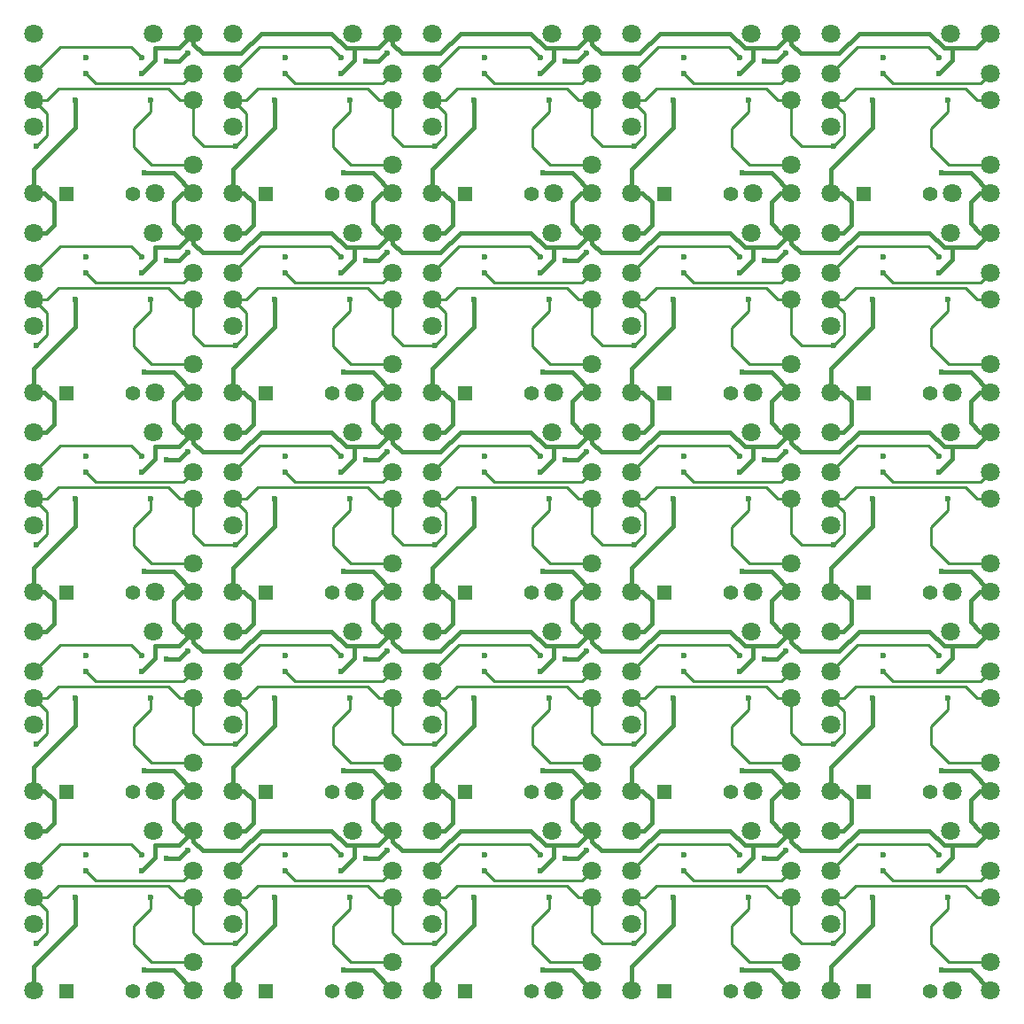
<source format=gtl>
%TF.GenerationSoftware,KiCad,Pcbnew,(6.0.0-0)*%
%TF.CreationDate,2022-01-08T22:40:34+00:00*%
%TF.ProjectId,Sarcodina,53617263-6f64-4696-9e61-2e6b69636164,rev?*%
%TF.SameCoordinates,Original*%
%TF.FileFunction,Copper,L1,Top*%
%TF.FilePolarity,Positive*%
%FSLAX46Y46*%
G04 Gerber Fmt 4.6, Leading zero omitted, Abs format (unit mm)*
G04 Created by KiCad (PCBNEW (6.0.0-0)) date 2022-01-08 22:40:34*
%MOMM*%
%LPD*%
G01*
G04 APERTURE LIST*
%TA.AperFunction,ComponentPad*%
%ADD10C,1.800000*%
%TD*%
%TA.AperFunction,ComponentPad*%
%ADD11R,1.400000X1.400000*%
%TD*%
%TA.AperFunction,ComponentPad*%
%ADD12C,1.400000*%
%TD*%
%TA.AperFunction,ViaPad*%
%ADD13C,0.600000*%
%TD*%
%TA.AperFunction,Conductor*%
%ADD14C,0.250000*%
%TD*%
%TA.AperFunction,Conductor*%
%ADD15C,0.400000*%
%TD*%
G04 APERTURE END LIST*
D10*
%TO.P,,1*%
%TO.N,row2*%
X119507000Y-74263250D03*
%TD*%
%TO.P,,1*%
%TO.N,unconnected-(L1-Pad2)*%
X100457000Y-76803250D03*
%TD*%
%TO.P,,1*%
%TO.N,VCC*%
X43307000Y-102203250D03*
%TD*%
%TO.P,,1*%
%TO.N,unconnected-(L1-Pad4)*%
X100457000Y-33623250D03*
%TD*%
%TO.P,,1*%
%TO.N,GND*%
X77597000Y-45053250D03*
%TD*%
%TO.P,,1*%
%TO.N,row1*%
X96647000Y-55213250D03*
%TD*%
%TO.P,,1*%
%TO.N,col2*%
X92964000Y-102203250D03*
%TD*%
%TO.P,,1*%
%TO.N,GND*%
X134747000Y-106013250D03*
%TD*%
%TO.P,,1*%
%TO.N,unconnected-(L1-Pad4)*%
X134747000Y-80486250D03*
%TD*%
%TO.P,,1*%
%TO.N,unconnected-(L1-Pad2)*%
X77597000Y-90773250D03*
%TD*%
%TO.P,,1*%
%TO.N,VCC*%
X62357000Y-121253250D03*
%TD*%
%TO.P,,1*%
%TO.N,unconnected-(L1-Pad4)*%
X96647000Y-80486250D03*
%TD*%
%TO.P,,1*%
%TO.N,GND*%
X96647000Y-106013250D03*
%TD*%
%TO.P,,1*%
%TO.N,unconnected-(L1-Pad4)*%
X77597000Y-80486250D03*
%TD*%
%TO.P,,1*%
%TO.N,unconnected-(L1-Pad2)*%
X100457000Y-95853250D03*
%TD*%
%TO.P,,1*%
%TO.N,VCC*%
X100457000Y-67913250D03*
%TD*%
%TO.P,,1*%
%TO.N,row4*%
X77597000Y-112363250D03*
%TD*%
%TO.P,,1*%
%TO.N,row0*%
X119507000Y-36163250D03*
%TD*%
%TO.P,,1*%
%TO.N,unconnected-(L1-Pad4)*%
X115697000Y-99536250D03*
%TD*%
%TO.P,,1*%
%TO.N,unconnected-(L1-Pad2)*%
X77597000Y-52673250D03*
%TD*%
%TO.P,,1*%
%TO.N,VCC*%
X81407000Y-102203250D03*
%TD*%
%TO.P,,1*%
%TO.N,unconnected-(L1-Pad4)*%
X96647000Y-99536250D03*
%TD*%
%TO.P,,1*%
%TO.N,GND*%
X134747000Y-86963250D03*
%TD*%
%TO.P,,1*%
%TO.N,VCC*%
X81407000Y-45053250D03*
%TD*%
%TO.P,,1*%
%TO.N,col1*%
X73787000Y-48863250D03*
%TD*%
%TO.P,,1*%
%TO.N,row4*%
X134747000Y-112363250D03*
%TD*%
%TO.P,,1*%
%TO.N,unconnected-(L1-Pad2)*%
X43307000Y-114903250D03*
%TD*%
%TO.P,,1*%
%TO.N,VCC*%
X100457000Y-29813250D03*
%TD*%
%TO.P,,1*%
%TO.N,col2*%
X92837000Y-29813250D03*
%TD*%
%TO.P,,1*%
%TO.N,unconnected-(L1-Pad2)*%
X100457000Y-38703250D03*
%TD*%
%TO.P,,1*%
%TO.N,col0*%
X54737000Y-29813250D03*
%TD*%
%TO.P,,1*%
%TO.N,unconnected-(L1-Pad4)*%
X81407000Y-33623250D03*
%TD*%
%TO.P,,1*%
%TO.N,GND*%
X115697000Y-106013250D03*
%TD*%
D11*
%TO.P,D,1*%
%TO.N,row1*%
X103615000Y-64230250D03*
D12*
%TO.P,D,2*%
%TO.N,Net-(D1-Pad2)*%
X109965000Y-64230250D03*
%TD*%
D11*
%TO.P,D,1*%
%TO.N,row4*%
X46465000Y-121380250D03*
D12*
%TO.P,D,2*%
%TO.N,Net-(D1-Pad2)*%
X52815000Y-121380250D03*
%TD*%
D10*
%TO.P,,1*%
%TO.N,unconnected-(L1-Pad2)*%
X115697000Y-52673250D03*
%TD*%
%TO.P,,1*%
%TO.N,unconnected-(L1-Pad4)*%
X43307000Y-71723250D03*
%TD*%
D11*
%TO.P,D,1*%
%TO.N,row4*%
X84565000Y-121380250D03*
D12*
%TO.P,D,2*%
%TO.N,Net-(D1-Pad2)*%
X90915000Y-121380250D03*
%TD*%
D10*
%TO.P,,1*%
%TO.N,row0*%
X81407000Y-36163250D03*
%TD*%
%TO.P,,1*%
%TO.N,GND*%
X96647000Y-86963250D03*
%TD*%
%TO.P,,1*%
%TO.N,row3*%
X43307000Y-93313250D03*
%TD*%
%TO.P,,1*%
%TO.N,VCC*%
X62357000Y-86963250D03*
%TD*%
%TO.P,,1*%
%TO.N,VCC*%
X100457000Y-48863250D03*
%TD*%
%TO.P,,1*%
%TO.N,col4*%
X130937000Y-48863250D03*
%TD*%
%TO.P,,1*%
%TO.N,unconnected-(L1-Pad4)*%
X62357000Y-33623250D03*
%TD*%
%TO.P,,1*%
%TO.N,row4*%
X96647000Y-112363250D03*
%TD*%
%TO.P,,1*%
%TO.N,unconnected-(L1-Pad4)*%
X43307000Y-109823250D03*
%TD*%
%TO.P,,1*%
%TO.N,row1*%
X58547000Y-55213250D03*
%TD*%
%TO.P,,1*%
%TO.N,unconnected-(L1-Pad2)*%
X96647000Y-109823250D03*
%TD*%
%TO.P,,1*%
%TO.N,col0*%
X54737000Y-86963250D03*
%TD*%
%TO.P,,1*%
%TO.N,unconnected-(L1-Pad2)*%
X96647000Y-90773250D03*
%TD*%
%TO.P,,1*%
%TO.N,unconnected-(L1-Pad4)*%
X43307000Y-90773250D03*
%TD*%
%TO.P,,1*%
%TO.N,VCC*%
X119507000Y-121253250D03*
%TD*%
%TO.P,,1*%
%TO.N,VCC*%
X119507000Y-64103250D03*
%TD*%
%TO.P,,1*%
%TO.N,unconnected-(L1-Pad4)*%
X96647000Y-118586250D03*
%TD*%
%TO.P,,1*%
%TO.N,unconnected-(L1-Pad2)*%
X115697000Y-90773250D03*
%TD*%
%TO.P,,1*%
%TO.N,unconnected-(L1-Pad2)*%
X96647000Y-71723250D03*
%TD*%
%TO.P,,1*%
%TO.N,VCC*%
X81407000Y-86963250D03*
%TD*%
%TO.P,,1*%
%TO.N,unconnected-(L1-Pad4)*%
X134747000Y-61436250D03*
%TD*%
%TO.P,,1*%
%TO.N,unconnected-(L1-Pad2)*%
X134747000Y-90773250D03*
%TD*%
D11*
%TO.P,D,1*%
%TO.N,row3*%
X103615000Y-102330250D03*
D12*
%TO.P,D,2*%
%TO.N,Net-(D1-Pad2)*%
X109965000Y-102330250D03*
%TD*%
D10*
%TO.P,,1*%
%TO.N,unconnected-(L1-Pad4)*%
X115697000Y-80486250D03*
%TD*%
%TO.P,,1*%
%TO.N,unconnected-(L1-Pad4)*%
X100457000Y-52673250D03*
%TD*%
%TO.P,,1*%
%TO.N,GND*%
X96647000Y-48863250D03*
%TD*%
%TO.P,,1*%
%TO.N,col0*%
X54864000Y-121253250D03*
%TD*%
%TO.P,,1*%
%TO.N,col2*%
X92837000Y-67913250D03*
%TD*%
%TO.P,,1*%
%TO.N,GND*%
X96647000Y-102203250D03*
%TD*%
D11*
%TO.P,D,1*%
%TO.N,row0*%
X122665000Y-45180250D03*
D12*
%TO.P,D,2*%
%TO.N,Net-(D1-Pad2)*%
X129015000Y-45180250D03*
%TD*%
D10*
%TO.P,,1*%
%TO.N,GND*%
X77597000Y-86963250D03*
%TD*%
%TO.P,,1*%
%TO.N,row3*%
X119507000Y-93313250D03*
%TD*%
%TO.P,,1*%
%TO.N,GND*%
X77597000Y-67913250D03*
%TD*%
%TO.P,,1*%
%TO.N,VCC*%
X119507000Y-29813250D03*
%TD*%
%TO.P,,1*%
%TO.N,GND*%
X96647000Y-64103250D03*
%TD*%
%TO.P,,1*%
%TO.N,row2*%
X62357000Y-74263250D03*
%TD*%
%TO.P,,1*%
%TO.N,row3*%
X77597000Y-93313250D03*
%TD*%
%TO.P,,1*%
%TO.N,unconnected-(L1-Pad2)*%
X119507000Y-95853250D03*
%TD*%
D11*
%TO.P,D,1*%
%TO.N,row0*%
X84565000Y-45180250D03*
D12*
%TO.P,D,2*%
%TO.N,Net-(D1-Pad2)*%
X90915000Y-45180250D03*
%TD*%
D10*
%TO.P,,1*%
%TO.N,GND*%
X77597000Y-106013250D03*
%TD*%
%TO.P,,1*%
%TO.N,col0*%
X54864000Y-45053250D03*
%TD*%
%TO.P,,1*%
%TO.N,col3*%
X112014000Y-64103250D03*
%TD*%
%TO.P,,1*%
%TO.N,unconnected-(L1-Pad4)*%
X62357000Y-109823250D03*
%TD*%
%TO.P,,1*%
%TO.N,VCC*%
X119507000Y-48863250D03*
%TD*%
%TO.P,,1*%
%TO.N,unconnected-(L1-Pad2)*%
X58547000Y-90773250D03*
%TD*%
%TO.P,,1*%
%TO.N,unconnected-(L1-Pad2)*%
X62357000Y-95853250D03*
%TD*%
%TO.P,,1*%
%TO.N,col1*%
X73914000Y-102203250D03*
%TD*%
%TO.P,,1*%
%TO.N,GND*%
X77597000Y-121253250D03*
%TD*%
D11*
%TO.P,D,1*%
%TO.N,row2*%
X103615000Y-83280250D03*
D12*
%TO.P,D,2*%
%TO.N,Net-(D1-Pad2)*%
X109965000Y-83280250D03*
%TD*%
D10*
%TO.P,,1*%
%TO.N,row3*%
X62357000Y-93313250D03*
%TD*%
%TO.P,,1*%
%TO.N,VCC*%
X100457000Y-106013250D03*
%TD*%
%TO.P,,1*%
%TO.N,col1*%
X73787000Y-67913250D03*
%TD*%
%TO.P,,1*%
%TO.N,GND*%
X134747000Y-45053250D03*
%TD*%
D11*
%TO.P,D,1*%
%TO.N,row3*%
X46465000Y-102330250D03*
D12*
%TO.P,D,2*%
%TO.N,Net-(D1-Pad2)*%
X52815000Y-102330250D03*
%TD*%
D10*
%TO.P,,1*%
%TO.N,unconnected-(L1-Pad4)*%
X58547000Y-42386250D03*
%TD*%
%TO.P,,1*%
%TO.N,VCC*%
X119507000Y-106013250D03*
%TD*%
%TO.P,,1*%
%TO.N,unconnected-(L1-Pad4)*%
X77597000Y-61436250D03*
%TD*%
%TO.P,,1*%
%TO.N,col1*%
X73914000Y-64103250D03*
%TD*%
D11*
%TO.P,D,1*%
%TO.N,row4*%
X65515000Y-121380250D03*
D12*
%TO.P,D,2*%
%TO.N,Net-(D1-Pad2)*%
X71865000Y-121380250D03*
%TD*%
D10*
%TO.P,,1*%
%TO.N,VCC*%
X62357000Y-48863250D03*
%TD*%
%TO.P,,1*%
%TO.N,unconnected-(L1-Pad4)*%
X100457000Y-109823250D03*
%TD*%
%TO.P,,1*%
%TO.N,unconnected-(L1-Pad4)*%
X119507000Y-109823250D03*
%TD*%
%TO.P,,1*%
%TO.N,GND*%
X115697000Y-121253250D03*
%TD*%
%TO.P,,1*%
%TO.N,row3*%
X96647000Y-93313250D03*
%TD*%
%TO.P,,1*%
%TO.N,unconnected-(L1-Pad4)*%
X81407000Y-71723250D03*
%TD*%
%TO.P,,1*%
%TO.N,row2*%
X100457000Y-74263250D03*
%TD*%
%TO.P,,1*%
%TO.N,GND*%
X134747000Y-64103250D03*
%TD*%
%TO.P,,1*%
%TO.N,unconnected-(L1-Pad2)*%
X43307000Y-95853250D03*
%TD*%
%TO.P,,1*%
%TO.N,VCC*%
X43307000Y-48863250D03*
%TD*%
%TO.P,,1*%
%TO.N,unconnected-(L1-Pad2)*%
X134747000Y-52673250D03*
%TD*%
%TO.P,,1*%
%TO.N,col0*%
X54864000Y-83153250D03*
%TD*%
%TO.P,,1*%
%TO.N,col1*%
X73787000Y-106013250D03*
%TD*%
%TO.P,,1*%
%TO.N,row4*%
X115697000Y-112363250D03*
%TD*%
%TO.P,,1*%
%TO.N,GND*%
X115697000Y-102203250D03*
%TD*%
%TO.P,,1*%
%TO.N,GND*%
X77597000Y-64103250D03*
%TD*%
%TO.P,,1*%
%TO.N,unconnected-(L1-Pad4)*%
X134747000Y-42386250D03*
%TD*%
%TO.P,,1*%
%TO.N,VCC*%
X81407000Y-106013250D03*
%TD*%
%TO.P,,1*%
%TO.N,row0*%
X96647000Y-36163250D03*
%TD*%
%TO.P,,1*%
%TO.N,GND*%
X58547000Y-83153250D03*
%TD*%
%TO.P,,1*%
%TO.N,unconnected-(L1-Pad4)*%
X119507000Y-71723250D03*
%TD*%
%TO.P,,1*%
%TO.N,col2*%
X92964000Y-83153250D03*
%TD*%
%TO.P,,1*%
%TO.N,unconnected-(L1-Pad4)*%
X81407000Y-52673250D03*
%TD*%
%TO.P,,1*%
%TO.N,row0*%
X100457000Y-36163250D03*
%TD*%
%TO.P,,1*%
%TO.N,unconnected-(L1-Pad2)*%
X81407000Y-95853250D03*
%TD*%
%TO.P,,1*%
%TO.N,GND*%
X115697000Y-29813250D03*
%TD*%
%TO.P,,1*%
%TO.N,col3*%
X111887000Y-48863250D03*
%TD*%
%TO.P,,1*%
%TO.N,col3*%
X112014000Y-45053250D03*
%TD*%
%TO.P,,1*%
%TO.N,unconnected-(L1-Pad4)*%
X96647000Y-42386250D03*
%TD*%
%TO.P,,1*%
%TO.N,unconnected-(L1-Pad4)*%
X100457000Y-90773250D03*
%TD*%
%TO.P,,1*%
%TO.N,VCC*%
X119507000Y-83153250D03*
%TD*%
%TO.P,,1*%
%TO.N,unconnected-(L1-Pad4)*%
X100457000Y-71723250D03*
%TD*%
%TO.P,,1*%
%TO.N,row0*%
X115697000Y-36163250D03*
%TD*%
%TO.P,,1*%
%TO.N,VCC*%
X81407000Y-48863250D03*
%TD*%
D11*
%TO.P,D,1*%
%TO.N,row2*%
X65515000Y-83280250D03*
D12*
%TO.P,D,2*%
%TO.N,Net-(D1-Pad2)*%
X71865000Y-83280250D03*
%TD*%
D10*
%TO.P,,1*%
%TO.N,col3*%
X112014000Y-83153250D03*
%TD*%
%TO.P,,1*%
%TO.N,unconnected-(L1-Pad2)*%
X58547000Y-109823250D03*
%TD*%
%TO.P,,1*%
%TO.N,VCC*%
X43307000Y-86963250D03*
%TD*%
%TO.P,,1*%
%TO.N,unconnected-(L1-Pad2)*%
X96647000Y-33623250D03*
%TD*%
D11*
%TO.P,D,1*%
%TO.N,row1*%
X122665000Y-64230250D03*
D12*
%TO.P,D,2*%
%TO.N,Net-(D1-Pad2)*%
X129015000Y-64230250D03*
%TD*%
D10*
%TO.P,,1*%
%TO.N,unconnected-(L1-Pad2)*%
X58547000Y-71723250D03*
%TD*%
%TO.P,,1*%
%TO.N,col2*%
X92964000Y-121253250D03*
%TD*%
%TO.P,,1*%
%TO.N,GND*%
X58547000Y-64103250D03*
%TD*%
%TO.P,,1*%
%TO.N,col1*%
X73914000Y-83153250D03*
%TD*%
%TO.P,,1*%
%TO.N,unconnected-(L1-Pad2)*%
X77597000Y-109823250D03*
%TD*%
%TO.P,,1*%
%TO.N,row1*%
X62357000Y-55213250D03*
%TD*%
%TO.P,,1*%
%TO.N,col1*%
X73787000Y-29813250D03*
%TD*%
D11*
%TO.P,D,1*%
%TO.N,row4*%
X103615000Y-121380250D03*
D12*
%TO.P,D,2*%
%TO.N,Net-(D1-Pad2)*%
X109965000Y-121380250D03*
%TD*%
D10*
%TO.P,,1*%
%TO.N,unconnected-(L1-Pad2)*%
X43307000Y-57753250D03*
%TD*%
%TO.P,,1*%
%TO.N,col2*%
X92964000Y-45053250D03*
%TD*%
%TO.P,,1*%
%TO.N,col0*%
X54737000Y-48863250D03*
%TD*%
%TO.P,,1*%
%TO.N,row1*%
X134747000Y-55213250D03*
%TD*%
%TO.P,,1*%
%TO.N,row1*%
X77597000Y-55213250D03*
%TD*%
D11*
%TO.P,D,1*%
%TO.N,row1*%
X46465000Y-64230250D03*
D12*
%TO.P,D,2*%
%TO.N,Net-(D1-Pad2)*%
X52815000Y-64230250D03*
%TD*%
D10*
%TO.P,,1*%
%TO.N,col1*%
X73914000Y-121253250D03*
%TD*%
%TO.P,,1*%
%TO.N,col2*%
X92964000Y-64103250D03*
%TD*%
%TO.P,,1*%
%TO.N,VCC*%
X43307000Y-121253250D03*
%TD*%
%TO.P,,1*%
%TO.N,col4*%
X131064000Y-64103250D03*
%TD*%
%TO.P,,1*%
%TO.N,unconnected-(L1-Pad2)*%
X134747000Y-109823250D03*
%TD*%
%TO.P,,1*%
%TO.N,VCC*%
X119507000Y-45053250D03*
%TD*%
%TO.P,,1*%
%TO.N,col4*%
X130937000Y-29813250D03*
%TD*%
%TO.P,,1*%
%TO.N,GND*%
X96647000Y-29813250D03*
%TD*%
%TO.P,,1*%
%TO.N,GND*%
X115697000Y-86963250D03*
%TD*%
%TO.P,,1*%
%TO.N,col4*%
X131064000Y-83153250D03*
%TD*%
%TO.P,,1*%
%TO.N,unconnected-(L1-Pad4)*%
X134747000Y-99536250D03*
%TD*%
%TO.P,,1*%
%TO.N,row0*%
X134747000Y-36163250D03*
%TD*%
%TO.P,,1*%
%TO.N,VCC*%
X62357000Y-106013250D03*
%TD*%
%TO.P,,1*%
%TO.N,row3*%
X134747000Y-93313250D03*
%TD*%
%TO.P,,1*%
%TO.N,VCC*%
X81407000Y-83153250D03*
%TD*%
D11*
%TO.P,D,1*%
%TO.N,row4*%
X122665000Y-121380250D03*
D12*
%TO.P,D,2*%
%TO.N,Net-(D1-Pad2)*%
X129015000Y-121380250D03*
%TD*%
D10*
%TO.P,,1*%
%TO.N,unconnected-(L1-Pad4)*%
X77597000Y-99536250D03*
%TD*%
%TO.P,,1*%
%TO.N,unconnected-(L1-Pad2)*%
X115697000Y-109823250D03*
%TD*%
%TO.P,,1*%
%TO.N,col2*%
X92837000Y-106013250D03*
%TD*%
D11*
%TO.P,D,1*%
%TO.N,row2*%
X46465000Y-83280250D03*
D12*
%TO.P,D,2*%
%TO.N,Net-(D1-Pad2)*%
X52815000Y-83280250D03*
%TD*%
D10*
%TO.P,,1*%
%TO.N,row0*%
X62357000Y-36163250D03*
%TD*%
D11*
%TO.P,D,1*%
%TO.N,row1*%
X84565000Y-64230250D03*
D12*
%TO.P,D,2*%
%TO.N,Net-(D1-Pad2)*%
X90915000Y-64230250D03*
%TD*%
D10*
%TO.P,,1*%
%TO.N,unconnected-(L1-Pad2)*%
X134747000Y-33623250D03*
%TD*%
%TO.P,,1*%
%TO.N,VCC*%
X100457000Y-83153250D03*
%TD*%
%TO.P,,1*%
%TO.N,unconnected-(L1-Pad2)*%
X100457000Y-114903250D03*
%TD*%
%TO.P,,1*%
%TO.N,unconnected-(L1-Pad2)*%
X81407000Y-76803250D03*
%TD*%
%TO.P,,1*%
%TO.N,unconnected-(L1-Pad2)*%
X62357000Y-57753250D03*
%TD*%
%TO.P,,1*%
%TO.N,unconnected-(L1-Pad2)*%
X81407000Y-38703250D03*
%TD*%
%TO.P,,1*%
%TO.N,VCC*%
X81407000Y-29813250D03*
%TD*%
%TO.P,,1*%
%TO.N,unconnected-(L1-Pad2)*%
X77597000Y-33623250D03*
%TD*%
%TO.P,,1*%
%TO.N,unconnected-(L1-Pad4)*%
X62357000Y-71723250D03*
%TD*%
%TO.P,,1*%
%TO.N,GND*%
X58547000Y-106013250D03*
%TD*%
%TO.P,,1*%
%TO.N,row2*%
X96647000Y-74263250D03*
%TD*%
%TO.P,,1*%
%TO.N,col2*%
X92837000Y-86963250D03*
%TD*%
%TO.P,,1*%
%TO.N,VCC*%
X119507000Y-67913250D03*
%TD*%
%TO.P,,1*%
%TO.N,GND*%
X115697000Y-45053250D03*
%TD*%
%TO.P,,1*%
%TO.N,GND*%
X58547000Y-29813250D03*
%TD*%
%TO.P,,1*%
%TO.N,VCC*%
X100457000Y-64103250D03*
%TD*%
%TO.P,,1*%
%TO.N,row0*%
X77597000Y-36163250D03*
%TD*%
%TO.P,,1*%
%TO.N,VCC*%
X43307000Y-106013250D03*
%TD*%
%TO.P,,1*%
%TO.N,unconnected-(L1-Pad2)*%
X43307000Y-76803250D03*
%TD*%
%TO.P,,1*%
%TO.N,VCC*%
X100457000Y-45053250D03*
%TD*%
%TO.P,,1*%
%TO.N,col0*%
X54864000Y-64103250D03*
%TD*%
D11*
%TO.P,D,1*%
%TO.N,row2*%
X122665000Y-83280250D03*
D12*
%TO.P,D,2*%
%TO.N,Net-(D1-Pad2)*%
X129015000Y-83280250D03*
%TD*%
D11*
%TO.P,D,1*%
%TO.N,row0*%
X103615000Y-45180250D03*
D12*
%TO.P,D,2*%
%TO.N,Net-(D1-Pad2)*%
X109965000Y-45180250D03*
%TD*%
D10*
%TO.P,,1*%
%TO.N,VCC*%
X100457000Y-102203250D03*
%TD*%
%TO.P,,1*%
%TO.N,GND*%
X58547000Y-102203250D03*
%TD*%
%TO.P,,1*%
%TO.N,VCC*%
X62357000Y-29813250D03*
%TD*%
%TO.P,,1*%
%TO.N,GND*%
X96647000Y-83153250D03*
%TD*%
%TO.P,,1*%
%TO.N,VCC*%
X100457000Y-121253250D03*
%TD*%
D11*
%TO.P,D,1*%
%TO.N,row2*%
X84565000Y-83280250D03*
D12*
%TO.P,D,2*%
%TO.N,Net-(D1-Pad2)*%
X90915000Y-83280250D03*
%TD*%
D10*
%TO.P,,1*%
%TO.N,row3*%
X115697000Y-93313250D03*
%TD*%
%TO.P,,1*%
%TO.N,VCC*%
X43307000Y-45053250D03*
%TD*%
%TO.P,,1*%
%TO.N,unconnected-(L1-Pad2)*%
X81407000Y-57753250D03*
%TD*%
%TO.P,,1*%
%TO.N,GND*%
X134747000Y-102203250D03*
%TD*%
%TO.P,,1*%
%TO.N,unconnected-(L1-Pad2)*%
X100457000Y-57753250D03*
%TD*%
%TO.P,,1*%
%TO.N,row0*%
X43307000Y-36163250D03*
%TD*%
%TO.P,,1*%
%TO.N,GND*%
X96647000Y-67913250D03*
%TD*%
%TO.P,,1*%
%TO.N,GND*%
X58547000Y-86963250D03*
%TD*%
%TO.P,,1*%
%TO.N,VCC*%
X81407000Y-67913250D03*
%TD*%
%TO.P,,1*%
%TO.N,VCC*%
X119507000Y-86963250D03*
%TD*%
%TO.P,,1*%
%TO.N,unconnected-(L1-Pad2)*%
X134747000Y-71723250D03*
%TD*%
%TO.P,,1*%
%TO.N,col3*%
X112014000Y-102203250D03*
%TD*%
%TO.P,,1*%
%TO.N,col4*%
X131064000Y-121253250D03*
%TD*%
%TO.P,,1*%
%TO.N,unconnected-(L1-Pad2)*%
X62357000Y-114903250D03*
%TD*%
%TO.P,,1*%
%TO.N,unconnected-(L1-Pad2)*%
X62357000Y-76803250D03*
%TD*%
%TO.P,,1*%
%TO.N,row2*%
X58547000Y-74263250D03*
%TD*%
%TO.P,,1*%
%TO.N,unconnected-(L1-Pad4)*%
X115697000Y-61436250D03*
%TD*%
%TO.P,,1*%
%TO.N,row0*%
X58547000Y-36163250D03*
%TD*%
%TO.P,,1*%
%TO.N,unconnected-(L1-Pad4)*%
X81407000Y-90773250D03*
%TD*%
%TO.P,,1*%
%TO.N,col3*%
X111887000Y-106013250D03*
%TD*%
%TO.P,,1*%
%TO.N,unconnected-(L1-Pad4)*%
X58547000Y-80486250D03*
%TD*%
%TO.P,,1*%
%TO.N,unconnected-(L1-Pad4)*%
X134747000Y-118586250D03*
%TD*%
%TO.P,,1*%
%TO.N,GND*%
X115697000Y-48863250D03*
%TD*%
%TO.P,,1*%
%TO.N,unconnected-(L1-Pad2)*%
X58547000Y-52673250D03*
%TD*%
%TO.P,,1*%
%TO.N,unconnected-(L1-Pad2)*%
X43307000Y-38703250D03*
%TD*%
%TO.P,,1*%
%TO.N,unconnected-(L1-Pad4)*%
X119507000Y-52673250D03*
%TD*%
%TO.P,,1*%
%TO.N,VCC*%
X62357000Y-45053250D03*
%TD*%
%TO.P,,1*%
%TO.N,row1*%
X43307000Y-55213250D03*
%TD*%
D11*
%TO.P,D,1*%
%TO.N,row3*%
X65515000Y-102330250D03*
D12*
%TO.P,D,2*%
%TO.N,Net-(D1-Pad2)*%
X71865000Y-102330250D03*
%TD*%
D10*
%TO.P,,1*%
%TO.N,GND*%
X77597000Y-29813250D03*
%TD*%
%TO.P,,1*%
%TO.N,col3*%
X111887000Y-86963250D03*
%TD*%
%TO.P,,1*%
%TO.N,VCC*%
X100457000Y-86963250D03*
%TD*%
%TO.P,,1*%
%TO.N,unconnected-(L1-Pad4)*%
X58547000Y-99536250D03*
%TD*%
%TO.P,,1*%
%TO.N,col1*%
X73914000Y-45053250D03*
%TD*%
%TO.P,,1*%
%TO.N,unconnected-(L1-Pad2)*%
X119507000Y-57753250D03*
%TD*%
%TO.P,,1*%
%TO.N,unconnected-(L1-Pad2)*%
X96647000Y-52673250D03*
%TD*%
%TO.P,,1*%
%TO.N,GND*%
X134747000Y-83153250D03*
%TD*%
%TO.P,,1*%
%TO.N,unconnected-(L1-Pad4)*%
X43307000Y-33623250D03*
%TD*%
%TO.P,,1*%
%TO.N,col0*%
X54737000Y-67913250D03*
%TD*%
%TO.P,,1*%
%TO.N,unconnected-(L1-Pad2)*%
X115697000Y-33623250D03*
%TD*%
%TO.P,,1*%
%TO.N,row2*%
X115697000Y-74263250D03*
%TD*%
%TO.P,,1*%
%TO.N,unconnected-(L1-Pad4)*%
X119507000Y-33623250D03*
%TD*%
%TO.P,,1*%
%TO.N,GND*%
X96647000Y-45053250D03*
%TD*%
%TO.P,,1*%
%TO.N,col2*%
X92837000Y-48863250D03*
%TD*%
%TO.P,,1*%
%TO.N,row3*%
X100457000Y-93313250D03*
%TD*%
%TO.P,,1*%
%TO.N,col4*%
X130937000Y-106013250D03*
%TD*%
%TO.P,,1*%
%TO.N,row4*%
X100457000Y-112363250D03*
%TD*%
%TO.P,,1*%
%TO.N,VCC*%
X62357000Y-83153250D03*
%TD*%
%TO.P,,1*%
%TO.N,VCC*%
X43307000Y-83153250D03*
%TD*%
%TO.P,,1*%
%TO.N,GND*%
X96647000Y-121253250D03*
%TD*%
%TO.P,,1*%
%TO.N,row4*%
X81407000Y-112363250D03*
%TD*%
%TO.P,,1*%
%TO.N,unconnected-(L1-Pad2)*%
X81407000Y-114903250D03*
%TD*%
%TO.P,,1*%
%TO.N,GND*%
X134747000Y-121253250D03*
%TD*%
%TO.P,,1*%
%TO.N,unconnected-(L1-Pad4)*%
X43307000Y-52673250D03*
%TD*%
%TO.P,,1*%
%TO.N,unconnected-(L1-Pad2)*%
X119507000Y-114903250D03*
%TD*%
%TO.P,,1*%
%TO.N,GND*%
X134747000Y-29813250D03*
%TD*%
%TO.P,,1*%
%TO.N,unconnected-(L1-Pad4)*%
X58547000Y-118586250D03*
%TD*%
%TO.P,,1*%
%TO.N,row2*%
X77597000Y-74263250D03*
%TD*%
%TO.P,,1*%
%TO.N,VCC*%
X43307000Y-67913250D03*
%TD*%
%TO.P,,1*%
%TO.N,GND*%
X58547000Y-45053250D03*
%TD*%
%TO.P,,1*%
%TO.N,row4*%
X119507000Y-112363250D03*
%TD*%
%TO.P,,1*%
%TO.N,row1*%
X81407000Y-55213250D03*
%TD*%
%TO.P,,1*%
%TO.N,unconnected-(L1-Pad4)*%
X119507000Y-90773250D03*
%TD*%
%TO.P,,1*%
%TO.N,GND*%
X77597000Y-48863250D03*
%TD*%
%TO.P,,1*%
%TO.N,col3*%
X111887000Y-29813250D03*
%TD*%
%TO.P,,1*%
%TO.N,GND*%
X58547000Y-121253250D03*
%TD*%
%TO.P,,1*%
%TO.N,row2*%
X43307000Y-74263250D03*
%TD*%
D11*
%TO.P,D,1*%
%TO.N,row0*%
X46465000Y-45180250D03*
D12*
%TO.P,D,2*%
%TO.N,Net-(D1-Pad2)*%
X52815000Y-45180250D03*
%TD*%
D10*
%TO.P,,1*%
%TO.N,unconnected-(L1-Pad4)*%
X115697000Y-118586250D03*
%TD*%
%TO.P,,1*%
%TO.N,unconnected-(L1-Pad4)*%
X96647000Y-61436250D03*
%TD*%
%TO.P,,1*%
%TO.N,unconnected-(L1-Pad4)*%
X115697000Y-42386250D03*
%TD*%
%TO.P,,1*%
%TO.N,unconnected-(L1-Pad2)*%
X62357000Y-38703250D03*
%TD*%
%TO.P,,1*%
%TO.N,unconnected-(L1-Pad4)*%
X62357000Y-90773250D03*
%TD*%
%TO.P,,1*%
%TO.N,unconnected-(L1-Pad4)*%
X62357000Y-52673250D03*
%TD*%
%TO.P,,1*%
%TO.N,row2*%
X81407000Y-74263250D03*
%TD*%
%TO.P,,1*%
%TO.N,col4*%
X131064000Y-102203250D03*
%TD*%
%TO.P,,1*%
%TO.N,GND*%
X134747000Y-67913250D03*
%TD*%
%TO.P,,1*%
%TO.N,VCC*%
X43307000Y-64103250D03*
%TD*%
%TO.P,,1*%
%TO.N,GND*%
X115697000Y-64103250D03*
%TD*%
%TO.P,,1*%
%TO.N,unconnected-(L1-Pad4)*%
X77597000Y-42386250D03*
%TD*%
%TO.P,,1*%
%TO.N,row3*%
X58547000Y-93313250D03*
%TD*%
%TO.P,,1*%
%TO.N,VCC*%
X62357000Y-102203250D03*
%TD*%
%TO.P,,1*%
%TO.N,unconnected-(L1-Pad2)*%
X58547000Y-33623250D03*
%TD*%
%TO.P,,1*%
%TO.N,unconnected-(L1-Pad4)*%
X77597000Y-118586250D03*
%TD*%
D11*
%TO.P,D,1*%
%TO.N,row0*%
X65515000Y-45180250D03*
D12*
%TO.P,D,2*%
%TO.N,Net-(D1-Pad2)*%
X71865000Y-45180250D03*
%TD*%
D10*
%TO.P,,1*%
%TO.N,col4*%
X131064000Y-45053250D03*
%TD*%
%TO.P,,1*%
%TO.N,row2*%
X134747000Y-74263250D03*
%TD*%
%TO.P,,1*%
%TO.N,row1*%
X100457000Y-55213250D03*
%TD*%
%TO.P,,1*%
%TO.N,col3*%
X111887000Y-67913250D03*
%TD*%
%TO.P,,1*%
%TO.N,GND*%
X77597000Y-83153250D03*
%TD*%
%TO.P,,1*%
%TO.N,row4*%
X58547000Y-112363250D03*
%TD*%
%TO.P,,1*%
%TO.N,col0*%
X54737000Y-106013250D03*
%TD*%
D11*
%TO.P,D,1*%
%TO.N,row3*%
X84565000Y-102330250D03*
D12*
%TO.P,D,2*%
%TO.N,Net-(D1-Pad2)*%
X90915000Y-102330250D03*
%TD*%
D10*
%TO.P,,1*%
%TO.N,unconnected-(L1-Pad2)*%
X119507000Y-76803250D03*
%TD*%
%TO.P,,1*%
%TO.N,GND*%
X77597000Y-102203250D03*
%TD*%
D11*
%TO.P,D,1*%
%TO.N,row1*%
X65515000Y-64230250D03*
D12*
%TO.P,D,2*%
%TO.N,Net-(D1-Pad2)*%
X71865000Y-64230250D03*
%TD*%
D10*
%TO.P,,1*%
%TO.N,col4*%
X130937000Y-67913250D03*
%TD*%
%TO.P,,1*%
%TO.N,GND*%
X134747000Y-48863250D03*
%TD*%
%TO.P,,1*%
%TO.N,GND*%
X58547000Y-67913250D03*
%TD*%
%TO.P,,1*%
%TO.N,row1*%
X115697000Y-55213250D03*
%TD*%
%TO.P,,1*%
%TO.N,VCC*%
X119507000Y-102203250D03*
%TD*%
%TO.P,,1*%
%TO.N,GND*%
X58547000Y-48863250D03*
%TD*%
%TO.P,,1*%
%TO.N,unconnected-(L1-Pad2)*%
X119507000Y-38703250D03*
%TD*%
%TO.P,,1*%
%TO.N,GND*%
X115697000Y-83153250D03*
%TD*%
%TO.P,,1*%
%TO.N,unconnected-(L1-Pad2)*%
X77597000Y-71723250D03*
%TD*%
%TO.P,,1*%
%TO.N,GND*%
X115697000Y-67913250D03*
%TD*%
%TO.P,,1*%
%TO.N,unconnected-(L1-Pad4)*%
X81407000Y-109823250D03*
%TD*%
%TO.P,,1*%
%TO.N,col0*%
X54864000Y-102203250D03*
%TD*%
%TO.P,,1*%
%TO.N,col1*%
X73787000Y-86963250D03*
%TD*%
%TO.P,,1*%
%TO.N,unconnected-(L1-Pad4)*%
X58547000Y-61436250D03*
%TD*%
%TO.P,,1*%
%TO.N,VCC*%
X81407000Y-121253250D03*
%TD*%
%TO.P,,1*%
%TO.N,col3*%
X112014000Y-121253250D03*
%TD*%
%TO.P,,1*%
%TO.N,row4*%
X62357000Y-112363250D03*
%TD*%
%TO.P,,1*%
%TO.N,row1*%
X119507000Y-55213250D03*
%TD*%
%TO.P,,1*%
%TO.N,VCC*%
X81407000Y-64103250D03*
%TD*%
%TO.P,,1*%
%TO.N,row4*%
X43307000Y-112363250D03*
%TD*%
D11*
%TO.P,D,1*%
%TO.N,row3*%
X122665000Y-102330250D03*
D12*
%TO.P,D,2*%
%TO.N,Net-(D1-Pad2)*%
X129015000Y-102330250D03*
%TD*%
D10*
%TO.P,,1*%
%TO.N,VCC*%
X62357000Y-64103250D03*
%TD*%
%TO.P,,1*%
%TO.N,VCC*%
X43307000Y-29813250D03*
%TD*%
%TO.P,,1*%
%TO.N,col4*%
X130937000Y-86963250D03*
%TD*%
%TO.P,,1*%
%TO.N,unconnected-(L1-Pad2)*%
X115697000Y-71723250D03*
%TD*%
%TO.P,,1*%
%TO.N,row3*%
X81407000Y-93313250D03*
%TD*%
%TO.P,,1*%
%TO.N,VCC*%
X62357000Y-67913250D03*
%TD*%
D13*
%TO.N,row0*%
X62611000Y-40608250D03*
X119761000Y-40608250D03*
X81661000Y-40608250D03*
X100711000Y-40608250D03*
X43561000Y-40608250D03*
%TO.N,row1*%
X100711000Y-59658250D03*
X43561000Y-59658250D03*
X62611000Y-59658250D03*
X119761000Y-59658250D03*
X81661000Y-59658250D03*
%TO.N,row2*%
X43561000Y-78708250D03*
X62611000Y-78708250D03*
X100711000Y-78708250D03*
X119761000Y-78708250D03*
X81661000Y-78708250D03*
%TO.N,row3*%
X119761000Y-97758250D03*
X62611000Y-97758250D03*
X81661000Y-97758250D03*
X43561000Y-97758250D03*
X100711000Y-97758250D03*
%TO.N,row4*%
X119761000Y-116808250D03*
X43561000Y-116808250D03*
X62611000Y-116808250D03*
X100711000Y-116808250D03*
X81661000Y-116808250D03*
%TO.N,GND*%
X72644000Y-71723250D03*
X72644000Y-52673250D03*
X72644000Y-109823250D03*
X110744000Y-71723250D03*
X53848000Y-81248250D03*
X53848000Y-62198250D03*
X53848000Y-119348250D03*
X53848000Y-100298250D03*
X72644000Y-90773250D03*
X72644000Y-33623250D03*
X72898000Y-43148250D03*
X91694000Y-90773250D03*
X110744000Y-33623250D03*
X53594000Y-33623250D03*
X110998000Y-62198250D03*
X53594000Y-71723250D03*
X129794000Y-71723250D03*
X130048000Y-62198250D03*
X129794000Y-52673250D03*
X110744000Y-109823250D03*
X91694000Y-109823250D03*
X72898000Y-100298250D03*
X53594000Y-52673250D03*
X72898000Y-119348250D03*
X130048000Y-100298250D03*
X91948000Y-81248250D03*
X91694000Y-33623250D03*
X129794000Y-90773250D03*
X91694000Y-52673250D03*
X53594000Y-109823250D03*
X110998000Y-43148250D03*
X110998000Y-100298250D03*
X129794000Y-33623250D03*
X130048000Y-43148250D03*
X130048000Y-119348250D03*
X91948000Y-100298250D03*
X110744000Y-52673250D03*
X110998000Y-119348250D03*
X91694000Y-71723250D03*
X91948000Y-43148250D03*
X110998000Y-81248250D03*
X129794000Y-109823250D03*
X91948000Y-62198250D03*
X130048000Y-81248250D03*
X72898000Y-62198250D03*
X53594000Y-90773250D03*
X91948000Y-119348250D03*
X72898000Y-81248250D03*
X53848000Y-43148250D03*
X110744000Y-90773250D03*
%TO.N,VCC*%
X77089000Y-88868250D03*
X85344000Y-55213250D03*
X48260000Y-70199250D03*
X86360000Y-108299250D03*
X66294000Y-112363250D03*
X124460000Y-51149250D03*
X94107000Y-51530250D03*
X56007000Y-89630250D03*
X115189000Y-88868250D03*
X124460000Y-32099250D03*
X77089000Y-107918250D03*
X113157000Y-32480250D03*
X86360000Y-89249250D03*
X94107000Y-32480250D03*
X66294000Y-36163250D03*
X66294000Y-93313250D03*
X104394000Y-112363250D03*
X47244000Y-55213250D03*
X75057000Y-108680250D03*
X94107000Y-70580250D03*
X48260000Y-108299250D03*
X96139000Y-31718250D03*
X94107000Y-89630250D03*
X113157000Y-51530250D03*
X75057000Y-70580250D03*
X86360000Y-32099250D03*
X104394000Y-74263250D03*
X58039000Y-107918250D03*
X56007000Y-70580250D03*
X75057000Y-89630250D03*
X47244000Y-36163250D03*
X115189000Y-69818250D03*
X86360000Y-51149250D03*
X123444000Y-74263250D03*
X67310000Y-70199250D03*
X115189000Y-107918250D03*
X115189000Y-31718250D03*
X123444000Y-36163250D03*
X105410000Y-51149250D03*
X58039000Y-69818250D03*
X66294000Y-55213250D03*
X85344000Y-93313250D03*
X67310000Y-32099250D03*
X123444000Y-93313250D03*
X48260000Y-51149250D03*
X58039000Y-50768250D03*
X115189000Y-50768250D03*
X56007000Y-51530250D03*
X47244000Y-74263250D03*
X104394000Y-93313250D03*
X77089000Y-50768250D03*
X58039000Y-88868250D03*
X96139000Y-88868250D03*
X85344000Y-112363250D03*
X96139000Y-50768250D03*
X105410000Y-70199250D03*
X67310000Y-108299250D03*
X67310000Y-51149250D03*
X105410000Y-108299250D03*
X96139000Y-107918250D03*
X77089000Y-31718250D03*
X75057000Y-51530250D03*
X104394000Y-36163250D03*
X86360000Y-70199250D03*
X124460000Y-70199250D03*
X47244000Y-93313250D03*
X113157000Y-70580250D03*
X77089000Y-69818250D03*
X124460000Y-89249250D03*
X94107000Y-108680250D03*
X58039000Y-31718250D03*
X113157000Y-89630250D03*
X56007000Y-32480250D03*
X48260000Y-89249250D03*
X75057000Y-32480250D03*
X96139000Y-69818250D03*
X105410000Y-89249250D03*
X85344000Y-74263250D03*
X104394000Y-55213250D03*
X67310000Y-89249250D03*
X47244000Y-112363250D03*
X113157000Y-108680250D03*
X123444000Y-112363250D03*
X56007000Y-108680250D03*
X124460000Y-108299250D03*
X105410000Y-32099250D03*
X48260000Y-32099250D03*
X85344000Y-36163250D03*
X123444000Y-55213250D03*
X66294000Y-74263250D03*
%TO.N,unconnected-(L1-Pad4)*%
X91694000Y-89249250D03*
X129794000Y-89249250D03*
X72644000Y-51149250D03*
X53594000Y-89249250D03*
X92583000Y-74263250D03*
X92583000Y-112363250D03*
X72644000Y-70199250D03*
X54483000Y-93313250D03*
X130683000Y-74263250D03*
X54483000Y-55213250D03*
X53594000Y-70199250D03*
X92583000Y-93313250D03*
X53594000Y-108299250D03*
X91694000Y-51149250D03*
X130683000Y-93313250D03*
X53594000Y-51149250D03*
X129794000Y-108299250D03*
X72644000Y-32099250D03*
X110744000Y-70199250D03*
X54483000Y-112363250D03*
X73533000Y-112363250D03*
X92583000Y-55213250D03*
X91694000Y-70199250D03*
X111633000Y-55213250D03*
X129794000Y-51149250D03*
X73533000Y-55213250D03*
X92583000Y-36163250D03*
X91694000Y-108299250D03*
X72644000Y-89249250D03*
X130683000Y-55213250D03*
X111633000Y-36163250D03*
X129794000Y-32099250D03*
X91694000Y-32099250D03*
X73533000Y-74263250D03*
X72644000Y-108299250D03*
X130683000Y-36163250D03*
X110744000Y-108299250D03*
X73533000Y-36163250D03*
X111633000Y-74263250D03*
X111633000Y-112363250D03*
X54483000Y-36163250D03*
X73533000Y-93313250D03*
X110744000Y-51149250D03*
X129794000Y-70199250D03*
X110744000Y-32099250D03*
X110744000Y-89249250D03*
X53594000Y-32099250D03*
X54483000Y-74263250D03*
X111633000Y-93313250D03*
X130683000Y-112363250D03*
%TO.N,unconnected-(L1-Pad2)*%
X86360000Y-71723250D03*
X86360000Y-109823250D03*
X105410000Y-52673250D03*
X124460000Y-109823250D03*
X124460000Y-90773250D03*
X48260000Y-71723250D03*
X48260000Y-52673250D03*
X105410000Y-109823250D03*
X105410000Y-71723250D03*
X124460000Y-33623250D03*
X67310000Y-52673250D03*
X105410000Y-90773250D03*
X86360000Y-90773250D03*
X67310000Y-109823250D03*
X105410000Y-33623250D03*
X124460000Y-52673250D03*
X86360000Y-33623250D03*
X48260000Y-33623250D03*
X67310000Y-33623250D03*
X48260000Y-109823250D03*
X67310000Y-71723250D03*
X48260000Y-90773250D03*
X86360000Y-52673250D03*
X67310000Y-90773250D03*
X124460000Y-71723250D03*
%TD*%
D14*
%TO.N,row0*%
X115697000Y-36163250D02*
X115697000Y-39592250D01*
X59563000Y-40608250D02*
X60452000Y-40608250D01*
X81661000Y-40608250D02*
X79502000Y-40608250D01*
X113322479Y-35058729D02*
X114427000Y-36163250D01*
X116713000Y-40608250D02*
X117602000Y-40608250D01*
X62611000Y-40608250D02*
X63622479Y-39596771D01*
X107089379Y-35062790D02*
X107093440Y-35058729D01*
X78613000Y-40608250D02*
X79502000Y-40608250D01*
X81407000Y-36163250D02*
X82677000Y-36163250D01*
X44577000Y-36163250D02*
X45677460Y-35062790D01*
X49939379Y-35062790D02*
X49943440Y-35058729D01*
X96647000Y-36163250D02*
X96647000Y-39592250D01*
X56172479Y-35058729D02*
X57277000Y-36163250D01*
X119761000Y-40608250D02*
X117602000Y-40608250D01*
X115697000Y-39592250D02*
X116713000Y-40608250D01*
X107093440Y-35058729D02*
X113322479Y-35058729D01*
X58547000Y-36163250D02*
X58547000Y-39592250D01*
X121877460Y-35062790D02*
X126139379Y-35062790D01*
X94272479Y-35058729D02*
X95377000Y-36163250D01*
X43307000Y-36163250D02*
X44577000Y-36163250D01*
X81661000Y-40608250D02*
X82672479Y-39596771D01*
X97663000Y-40608250D02*
X98552000Y-40608250D01*
X120772479Y-39596771D02*
X120772479Y-37428729D01*
X120772479Y-37428729D02*
X119507000Y-36163250D01*
X126143440Y-35058729D02*
X132372479Y-35058729D01*
X133477000Y-36163250D02*
X134747000Y-36163250D01*
X63627000Y-36163250D02*
X64727460Y-35062790D01*
X100457000Y-36163250D02*
X101727000Y-36163250D01*
X100711000Y-40608250D02*
X98552000Y-40608250D01*
X82672479Y-37428729D02*
X81407000Y-36163250D01*
X96647000Y-39592250D02*
X97663000Y-40608250D01*
X126139379Y-35062790D02*
X126143440Y-35058729D01*
X102827460Y-35062790D02*
X107089379Y-35062790D01*
X57277000Y-36163250D02*
X58547000Y-36163250D01*
X62357000Y-36163250D02*
X63627000Y-36163250D01*
X44572479Y-37428729D02*
X43307000Y-36163250D01*
X82677000Y-36163250D02*
X83777460Y-35062790D01*
X44572479Y-39596771D02*
X44572479Y-37428729D01*
X101722479Y-37428729D02*
X100457000Y-36163250D01*
X100711000Y-40608250D02*
X101722479Y-39596771D01*
X45677460Y-35062790D02*
X49939379Y-35062790D01*
X63622479Y-39596771D02*
X63622479Y-37428729D01*
X68989379Y-35062790D02*
X68993440Y-35058729D01*
X75222479Y-35058729D02*
X76327000Y-36163250D01*
X95377000Y-36163250D02*
X96647000Y-36163250D01*
X49943440Y-35058729D02*
X56172479Y-35058729D01*
X114427000Y-36163250D02*
X115697000Y-36163250D01*
X43561000Y-40608250D02*
X44572479Y-39596771D01*
X88043440Y-35058729D02*
X94272479Y-35058729D01*
X77597000Y-36163250D02*
X77597000Y-39592250D01*
X132372479Y-35058729D02*
X133477000Y-36163250D01*
X83777460Y-35062790D02*
X88039379Y-35062790D01*
X77597000Y-39592250D02*
X78613000Y-40608250D01*
X119507000Y-36163250D02*
X120777000Y-36163250D01*
X58547000Y-39592250D02*
X59563000Y-40608250D01*
X63622479Y-37428729D02*
X62357000Y-36163250D01*
X68993440Y-35058729D02*
X75222479Y-35058729D01*
X62611000Y-40608250D02*
X60452000Y-40608250D01*
X64727460Y-35062790D02*
X68989379Y-35062790D01*
X82672479Y-39596771D02*
X82672479Y-37428729D01*
X101727000Y-36163250D02*
X102827460Y-35062790D01*
X119761000Y-40608250D02*
X120772479Y-39596771D01*
X88039379Y-35062790D02*
X88043440Y-35058729D01*
X76327000Y-36163250D02*
X77597000Y-36163250D01*
X101722479Y-39596771D02*
X101722479Y-37428729D01*
X120777000Y-36163250D02*
X121877460Y-35062790D01*
%TO.N,row1*%
X121877460Y-54112790D02*
X126139379Y-54112790D01*
X58547000Y-58642250D02*
X59563000Y-59658250D01*
X62357000Y-55213250D02*
X63627000Y-55213250D01*
X81661000Y-59658250D02*
X82672479Y-58646771D01*
X102827460Y-54112790D02*
X107089379Y-54112790D01*
X62611000Y-59658250D02*
X60452000Y-59658250D01*
X44572479Y-58646771D02*
X44572479Y-56478729D01*
X119761000Y-59658250D02*
X117602000Y-59658250D01*
X49939379Y-54112790D02*
X49943440Y-54108729D01*
X44577000Y-55213250D02*
X45677460Y-54112790D01*
X83777460Y-54112790D02*
X88039379Y-54112790D01*
X75222479Y-54108729D02*
X76327000Y-55213250D01*
X113322479Y-54108729D02*
X114427000Y-55213250D01*
X82672479Y-58646771D02*
X82672479Y-56478729D01*
X116713000Y-59658250D02*
X117602000Y-59658250D01*
X68993440Y-54108729D02*
X75222479Y-54108729D01*
X101727000Y-55213250D02*
X102827460Y-54112790D01*
X132372479Y-54108729D02*
X133477000Y-55213250D01*
X82677000Y-55213250D02*
X83777460Y-54112790D01*
X63622479Y-56478729D02*
X62357000Y-55213250D01*
X57277000Y-55213250D02*
X58547000Y-55213250D01*
X77597000Y-58642250D02*
X78613000Y-59658250D01*
X120772479Y-56478729D02*
X119507000Y-55213250D01*
X126143440Y-54108729D02*
X132372479Y-54108729D01*
X119761000Y-59658250D02*
X120772479Y-58646771D01*
X88039379Y-54112790D02*
X88043440Y-54108729D01*
X45677460Y-54112790D02*
X49939379Y-54112790D01*
X97663000Y-59658250D02*
X98552000Y-59658250D01*
X126139379Y-54112790D02*
X126143440Y-54108729D01*
X78613000Y-59658250D02*
X79502000Y-59658250D01*
X62611000Y-59658250D02*
X63622479Y-58646771D01*
X76327000Y-55213250D02*
X77597000Y-55213250D01*
X44572479Y-56478729D02*
X43307000Y-55213250D01*
X49943440Y-54108729D02*
X56172479Y-54108729D01*
X63622479Y-58646771D02*
X63622479Y-56478729D01*
X100457000Y-55213250D02*
X101727000Y-55213250D01*
X58547000Y-55213250D02*
X58547000Y-58642250D01*
X88043440Y-54108729D02*
X94272479Y-54108729D01*
X133477000Y-55213250D02*
X134747000Y-55213250D01*
X95377000Y-55213250D02*
X96647000Y-55213250D01*
X107093440Y-54108729D02*
X113322479Y-54108729D01*
X68989379Y-54112790D02*
X68993440Y-54108729D01*
X120772479Y-58646771D02*
X120772479Y-56478729D01*
X107089379Y-54112790D02*
X107093440Y-54108729D01*
X43561000Y-59658250D02*
X44572479Y-58646771D01*
X119507000Y-55213250D02*
X120777000Y-55213250D01*
X115697000Y-58642250D02*
X116713000Y-59658250D01*
X114427000Y-55213250D02*
X115697000Y-55213250D01*
X96647000Y-55213250D02*
X96647000Y-58642250D01*
X115697000Y-55213250D02*
X115697000Y-58642250D01*
X101722479Y-58646771D02*
X101722479Y-56478729D01*
X56172479Y-54108729D02*
X57277000Y-55213250D01*
X120777000Y-55213250D02*
X121877460Y-54112790D01*
X81661000Y-59658250D02*
X79502000Y-59658250D01*
X82672479Y-56478729D02*
X81407000Y-55213250D01*
X43307000Y-55213250D02*
X44577000Y-55213250D01*
X96647000Y-58642250D02*
X97663000Y-59658250D01*
X63627000Y-55213250D02*
X64727460Y-54112790D01*
X64727460Y-54112790D02*
X68989379Y-54112790D01*
X94272479Y-54108729D02*
X95377000Y-55213250D01*
X59563000Y-59658250D02*
X60452000Y-59658250D01*
X100711000Y-59658250D02*
X98552000Y-59658250D01*
X101722479Y-56478729D02*
X100457000Y-55213250D01*
X100711000Y-59658250D02*
X101722479Y-58646771D01*
X81407000Y-55213250D02*
X82677000Y-55213250D01*
X77597000Y-55213250D02*
X77597000Y-58642250D01*
%TO.N,row2*%
X57277000Y-74263250D02*
X58547000Y-74263250D01*
X120772479Y-77696771D02*
X120772479Y-75528729D01*
X113322479Y-73158729D02*
X114427000Y-74263250D01*
X49939379Y-73162790D02*
X49943440Y-73158729D01*
X59563000Y-78708250D02*
X60452000Y-78708250D01*
X107089379Y-73162790D02*
X107093440Y-73158729D01*
X116713000Y-78708250D02*
X117602000Y-78708250D01*
X63627000Y-74263250D02*
X64727460Y-73162790D01*
X81661000Y-78708250D02*
X79502000Y-78708250D01*
X58547000Y-77692250D02*
X59563000Y-78708250D01*
X77597000Y-77692250D02*
X78613000Y-78708250D01*
X82672479Y-77696771D02*
X82672479Y-75528729D01*
X100711000Y-78708250D02*
X98552000Y-78708250D01*
X96647000Y-77692250D02*
X97663000Y-78708250D01*
X101722479Y-75528729D02*
X100457000Y-74263250D01*
X96647000Y-74263250D02*
X96647000Y-77692250D01*
X102827460Y-73162790D02*
X107089379Y-73162790D01*
X81407000Y-74263250D02*
X82677000Y-74263250D01*
X119761000Y-78708250D02*
X117602000Y-78708250D01*
X77597000Y-74263250D02*
X77597000Y-77692250D01*
X101727000Y-74263250D02*
X102827460Y-73162790D01*
X101722479Y-77696771D02*
X101722479Y-75528729D01*
X62611000Y-78708250D02*
X60452000Y-78708250D01*
X126143440Y-73158729D02*
X132372479Y-73158729D01*
X62611000Y-78708250D02*
X63622479Y-77696771D01*
X88043440Y-73158729D02*
X94272479Y-73158729D01*
X115697000Y-74263250D02*
X115697000Y-77692250D01*
X49943440Y-73158729D02*
X56172479Y-73158729D01*
X75222479Y-73158729D02*
X76327000Y-74263250D01*
X45677460Y-73162790D02*
X49939379Y-73162790D01*
X64727460Y-73162790D02*
X68989379Y-73162790D01*
X43307000Y-74263250D02*
X44577000Y-74263250D01*
X82672479Y-75528729D02*
X81407000Y-74263250D01*
X97663000Y-78708250D02*
X98552000Y-78708250D01*
X88039379Y-73162790D02*
X88043440Y-73158729D01*
X56172479Y-73158729D02*
X57277000Y-74263250D01*
X115697000Y-77692250D02*
X116713000Y-78708250D01*
X43561000Y-78708250D02*
X44572479Y-77696771D01*
X107093440Y-73158729D02*
X113322479Y-73158729D01*
X120772479Y-75528729D02*
X119507000Y-74263250D01*
X132372479Y-73158729D02*
X133477000Y-74263250D01*
X44572479Y-77696771D02*
X44572479Y-75528729D01*
X58547000Y-74263250D02*
X58547000Y-77692250D01*
X63622479Y-77696771D02*
X63622479Y-75528729D01*
X120777000Y-74263250D02*
X121877460Y-73162790D01*
X121877460Y-73162790D02*
X126139379Y-73162790D01*
X100457000Y-74263250D02*
X101727000Y-74263250D01*
X83777460Y-73162790D02*
X88039379Y-73162790D01*
X94272479Y-73158729D02*
X95377000Y-74263250D01*
X63622479Y-75528729D02*
X62357000Y-74263250D01*
X100711000Y-78708250D02*
X101722479Y-77696771D01*
X44577000Y-74263250D02*
X45677460Y-73162790D01*
X62357000Y-74263250D02*
X63627000Y-74263250D01*
X78613000Y-78708250D02*
X79502000Y-78708250D01*
X81661000Y-78708250D02*
X82672479Y-77696771D01*
X68989379Y-73162790D02*
X68993440Y-73158729D01*
X82677000Y-74263250D02*
X83777460Y-73162790D01*
X126139379Y-73162790D02*
X126143440Y-73158729D01*
X76327000Y-74263250D02*
X77597000Y-74263250D01*
X114427000Y-74263250D02*
X115697000Y-74263250D01*
X119507000Y-74263250D02*
X120777000Y-74263250D01*
X95377000Y-74263250D02*
X96647000Y-74263250D01*
X119761000Y-78708250D02*
X120772479Y-77696771D01*
X133477000Y-74263250D02*
X134747000Y-74263250D01*
X68993440Y-73158729D02*
X75222479Y-73158729D01*
X44572479Y-75528729D02*
X43307000Y-74263250D01*
%TO.N,row3*%
X44577000Y-93313250D02*
X45677460Y-92212790D01*
X62611000Y-97758250D02*
X63622479Y-96746771D01*
X100457000Y-93313250D02*
X101727000Y-93313250D01*
X58547000Y-93313250D02*
X58547000Y-96742250D01*
X101722479Y-94578729D02*
X100457000Y-93313250D01*
X114427000Y-93313250D02*
X115697000Y-93313250D01*
X88043440Y-92208729D02*
X94272479Y-92208729D01*
X120772479Y-96746771D02*
X120772479Y-94578729D01*
X113322479Y-92208729D02*
X114427000Y-93313250D01*
X43561000Y-97758250D02*
X44572479Y-96746771D01*
X107089379Y-92212790D02*
X107093440Y-92208729D01*
X44572479Y-96746771D02*
X44572479Y-94578729D01*
X49943440Y-92208729D02*
X56172479Y-92208729D01*
X101722479Y-96746771D02*
X101722479Y-94578729D01*
X96647000Y-96742250D02*
X97663000Y-97758250D01*
X81661000Y-97758250D02*
X79502000Y-97758250D01*
X82672479Y-96746771D02*
X82672479Y-94578729D01*
X119761000Y-97758250D02*
X120772479Y-96746771D01*
X115697000Y-96742250D02*
X116713000Y-97758250D01*
X81407000Y-93313250D02*
X82677000Y-93313250D01*
X119507000Y-93313250D02*
X120777000Y-93313250D01*
X64727460Y-92212790D02*
X68989379Y-92212790D01*
X96647000Y-93313250D02*
X96647000Y-96742250D01*
X133477000Y-93313250D02*
X134747000Y-93313250D01*
X49939379Y-92212790D02*
X49943440Y-92208729D01*
X82677000Y-93313250D02*
X83777460Y-92212790D01*
X78613000Y-97758250D02*
X79502000Y-97758250D01*
X120777000Y-93313250D02*
X121877460Y-92212790D01*
X126139379Y-92212790D02*
X126143440Y-92208729D01*
X82672479Y-94578729D02*
X81407000Y-93313250D01*
X59563000Y-97758250D02*
X60452000Y-97758250D01*
X45677460Y-92212790D02*
X49939379Y-92212790D01*
X100711000Y-97758250D02*
X98552000Y-97758250D01*
X62357000Y-93313250D02*
X63627000Y-93313250D01*
X43307000Y-93313250D02*
X44577000Y-93313250D01*
X63622479Y-94578729D02*
X62357000Y-93313250D01*
X121877460Y-92212790D02*
X126139379Y-92212790D01*
X119761000Y-97758250D02*
X117602000Y-97758250D01*
X102827460Y-92212790D02*
X107089379Y-92212790D01*
X101727000Y-93313250D02*
X102827460Y-92212790D01*
X76327000Y-93313250D02*
X77597000Y-93313250D01*
X68989379Y-92212790D02*
X68993440Y-92208729D01*
X94272479Y-92208729D02*
X95377000Y-93313250D01*
X97663000Y-97758250D02*
X98552000Y-97758250D01*
X62611000Y-97758250D02*
X60452000Y-97758250D01*
X44572479Y-94578729D02*
X43307000Y-93313250D01*
X126143440Y-92208729D02*
X132372479Y-92208729D01*
X63622479Y-96746771D02*
X63622479Y-94578729D01*
X68993440Y-92208729D02*
X75222479Y-92208729D01*
X88039379Y-92212790D02*
X88043440Y-92208729D01*
X83777460Y-92212790D02*
X88039379Y-92212790D01*
X115697000Y-93313250D02*
X115697000Y-96742250D01*
X58547000Y-96742250D02*
X59563000Y-97758250D01*
X63627000Y-93313250D02*
X64727460Y-92212790D01*
X56172479Y-92208729D02*
X57277000Y-93313250D01*
X120772479Y-94578729D02*
X119507000Y-93313250D01*
X57277000Y-93313250D02*
X58547000Y-93313250D01*
X107093440Y-92208729D02*
X113322479Y-92208729D01*
X100711000Y-97758250D02*
X101722479Y-96746771D01*
X95377000Y-93313250D02*
X96647000Y-93313250D01*
X75222479Y-92208729D02*
X76327000Y-93313250D01*
X81661000Y-97758250D02*
X82672479Y-96746771D01*
X116713000Y-97758250D02*
X117602000Y-97758250D01*
X77597000Y-96742250D02*
X78613000Y-97758250D01*
X77597000Y-93313250D02*
X77597000Y-96742250D01*
X132372479Y-92208729D02*
X133477000Y-93313250D01*
%TO.N,row4*%
X44577000Y-112363250D02*
X45677460Y-111262790D01*
X119761000Y-116808250D02*
X117602000Y-116808250D01*
X75222479Y-111258729D02*
X76327000Y-112363250D01*
X62611000Y-116808250D02*
X60452000Y-116808250D01*
X49943440Y-111258729D02*
X56172479Y-111258729D01*
X77597000Y-112363250D02*
X77597000Y-115792250D01*
X119761000Y-116808250D02*
X120772479Y-115796771D01*
X44572479Y-113628729D02*
X43307000Y-112363250D01*
X58547000Y-112363250D02*
X58547000Y-115792250D01*
X132372479Y-111258729D02*
X133477000Y-112363250D01*
X115697000Y-112363250D02*
X115697000Y-115792250D01*
X68993440Y-111258729D02*
X75222479Y-111258729D01*
X56172479Y-111258729D02*
X57277000Y-112363250D01*
X68989379Y-111262790D02*
X68993440Y-111258729D01*
X57277000Y-112363250D02*
X58547000Y-112363250D01*
X45677460Y-111262790D02*
X49939379Y-111262790D01*
X113322479Y-111258729D02*
X114427000Y-112363250D01*
X83777460Y-111262790D02*
X88039379Y-111262790D01*
X101722479Y-115796771D02*
X101722479Y-113628729D01*
X96647000Y-112363250D02*
X96647000Y-115792250D01*
X82672479Y-115796771D02*
X82672479Y-113628729D01*
X77597000Y-115792250D02*
X78613000Y-116808250D01*
X95377000Y-112363250D02*
X96647000Y-112363250D01*
X120772479Y-113628729D02*
X119507000Y-112363250D01*
X100457000Y-112363250D02*
X101727000Y-112363250D01*
X119507000Y-112363250D02*
X120777000Y-112363250D01*
X115697000Y-115792250D02*
X116713000Y-116808250D01*
X121877460Y-111262790D02*
X120777000Y-112363250D01*
X43307000Y-112363250D02*
X44577000Y-112363250D01*
X126143440Y-111258729D02*
X132372479Y-111258729D01*
X59563000Y-116808250D02*
X60452000Y-116808250D01*
X97663000Y-116808250D02*
X98552000Y-116808250D01*
X49939379Y-111262790D02*
X49943440Y-111258729D01*
X81407000Y-112363250D02*
X82677000Y-112363250D01*
X116713000Y-116808250D02*
X117602000Y-116808250D01*
X81661000Y-116808250D02*
X82672479Y-115796771D01*
X101727000Y-112363250D02*
X102827460Y-111262790D01*
X63622479Y-113628729D02*
X62357000Y-112363250D01*
X107089379Y-111262790D02*
X107093440Y-111258729D01*
X81661000Y-116808250D02*
X79502000Y-116808250D01*
X82672479Y-113628729D02*
X81407000Y-112363250D01*
X62611000Y-116808250D02*
X63622479Y-115796771D01*
X88039379Y-111262790D02*
X88043440Y-111258729D01*
X82677000Y-112363250D02*
X83777460Y-111262790D01*
X133477000Y-112363250D02*
X134747000Y-112363250D01*
X94272479Y-111258729D02*
X95377000Y-112363250D01*
X62357000Y-112363250D02*
X63627000Y-112363250D01*
X121877460Y-111262790D02*
X126139379Y-111262790D01*
X76327000Y-112363250D02*
X77597000Y-112363250D01*
X101722479Y-113628729D02*
X100457000Y-112363250D01*
X100711000Y-116808250D02*
X101722479Y-115796771D01*
X96647000Y-115792250D02*
X97663000Y-116808250D01*
X44572479Y-115796771D02*
X44572479Y-113628729D01*
X100711000Y-116808250D02*
X98552000Y-116808250D01*
X126139379Y-111262790D02*
X126143440Y-111258729D01*
X43561000Y-116808250D02*
X44572479Y-115796771D01*
X88043440Y-111258729D02*
X94272479Y-111258729D01*
X120772479Y-115796771D02*
X120772479Y-113628729D01*
X102827460Y-111262790D02*
X107089379Y-111262790D01*
X63627000Y-112363250D02*
X64727460Y-111262790D01*
X58547000Y-115792250D02*
X59563000Y-116808250D01*
X114427000Y-112363250D02*
X115697000Y-112363250D01*
X107093440Y-111258729D02*
X113322479Y-111258729D01*
X63622479Y-115796771D02*
X63622479Y-113628729D01*
X78613000Y-116808250D02*
X79502000Y-116808250D01*
X64727460Y-111262790D02*
X68989379Y-111262790D01*
D15*
%TO.N,GND*%
X78486000Y-50768250D02*
X79502000Y-50768250D01*
X79502000Y-107918250D02*
X82169000Y-107918250D01*
X103124000Y-48863250D02*
X109855000Y-48863250D01*
X54864000Y-51403250D02*
X53594000Y-52673250D01*
X114681000Y-45053250D02*
X113792000Y-45942250D01*
X113792000Y-62198250D02*
X115697000Y-64103250D01*
X57150000Y-107410250D02*
X58547000Y-106013250D01*
X113792000Y-105124250D02*
X113792000Y-104108250D01*
X117602000Y-107918250D02*
X120269000Y-107918250D01*
X58547000Y-30829250D02*
X59436000Y-31718250D01*
X110998000Y-119348250D02*
X113792000Y-119348250D01*
X131064000Y-51403250D02*
X129794000Y-52673250D01*
X132842000Y-47974250D02*
X132842000Y-46958250D01*
X77597000Y-48863250D02*
X77597000Y-49879250D01*
X131064000Y-107410250D02*
X133350000Y-107410250D01*
X134747000Y-86963250D02*
X133731000Y-86963250D01*
X58547000Y-68929250D02*
X59436000Y-69818250D01*
X96647000Y-49879250D02*
X97536000Y-50768250D01*
X131064000Y-69310250D02*
X133350000Y-69310250D01*
X90805000Y-86963250D02*
X92202000Y-88360250D01*
X95631000Y-86963250D02*
X94742000Y-86074250D01*
X122174000Y-29813250D02*
X128905000Y-29813250D01*
X131064000Y-107410250D02*
X131064000Y-108553250D01*
X131064000Y-88360250D02*
X131064000Y-89503250D01*
X91948000Y-81248250D02*
X94742000Y-81248250D01*
X95631000Y-64103250D02*
X94742000Y-64992250D01*
X120269000Y-31718250D02*
X122174000Y-29813250D01*
X95631000Y-102203250D02*
X94742000Y-103092250D01*
X58547000Y-67913250D02*
X58547000Y-68929250D01*
X109855000Y-86963250D02*
X111252000Y-88360250D01*
X116586000Y-31718250D02*
X117602000Y-31718250D01*
X134747000Y-67913250D02*
X133731000Y-67913250D01*
X58547000Y-48863250D02*
X57531000Y-48863250D01*
X101219000Y-69818250D02*
X103124000Y-67913250D01*
X131064000Y-70453250D02*
X129794000Y-71723250D01*
X71755000Y-106013250D02*
X73152000Y-107410250D01*
X131064000Y-31210250D02*
X131064000Y-32353250D01*
X98552000Y-107918250D02*
X101219000Y-107918250D01*
X60452000Y-107918250D02*
X63119000Y-107918250D01*
X53848000Y-81248250D02*
X56642000Y-81248250D01*
X54864000Y-108553250D02*
X53594000Y-109823250D01*
X130048000Y-43148250D02*
X132842000Y-43148250D01*
X134747000Y-45053250D02*
X133731000Y-45053250D01*
X96647000Y-106013250D02*
X95631000Y-106013250D01*
X116586000Y-50768250D02*
X117602000Y-50768250D01*
X115697000Y-48863250D02*
X114681000Y-48863250D01*
X112014000Y-32353250D02*
X110744000Y-33623250D01*
X120269000Y-88868250D02*
X122174000Y-86963250D01*
X114681000Y-106013250D02*
X113792000Y-105124250D01*
X76581000Y-67913250D02*
X75692000Y-67024250D01*
X73914000Y-32353250D02*
X72644000Y-33623250D01*
X115697000Y-86963250D02*
X115697000Y-87979250D01*
X120269000Y-69818250D02*
X122174000Y-67913250D01*
X132842000Y-62198250D02*
X134747000Y-64103250D01*
X72898000Y-100298250D02*
X75692000Y-100298250D01*
X73914000Y-88360250D02*
X76200000Y-88360250D01*
X54864000Y-89503250D02*
X53594000Y-90773250D01*
X128905000Y-29813250D02*
X130302000Y-31210250D01*
X73914000Y-107410250D02*
X76200000Y-107410250D01*
X115697000Y-106013250D02*
X114681000Y-106013250D01*
X114300000Y-50260250D02*
X115697000Y-48863250D01*
X114681000Y-102203250D02*
X113792000Y-103092250D01*
X59436000Y-88868250D02*
X60452000Y-88868250D01*
X57150000Y-31210250D02*
X58547000Y-29813250D01*
X101219000Y-88868250D02*
X103124000Y-86963250D01*
X57531000Y-67913250D02*
X56642000Y-67024250D01*
X133731000Y-86963250D02*
X132842000Y-86074250D01*
X115697000Y-87979250D02*
X116586000Y-88868250D01*
X75692000Y-105124250D02*
X75692000Y-104108250D01*
X84074000Y-86963250D02*
X90805000Y-86963250D01*
X77597000Y-106013250D02*
X76581000Y-106013250D01*
X75692000Y-81248250D02*
X77597000Y-83153250D01*
X95631000Y-106013250D02*
X94742000Y-105124250D01*
X114681000Y-64103250D02*
X113792000Y-64992250D01*
X54864000Y-69310250D02*
X57150000Y-69310250D01*
X56642000Y-45942250D02*
X56642000Y-46958250D01*
X95250000Y-31210250D02*
X96647000Y-29813250D01*
X77597000Y-107029250D02*
X78486000Y-107918250D01*
X90805000Y-29813250D02*
X92202000Y-31210250D01*
X92964000Y-70453250D02*
X91694000Y-71723250D01*
X114681000Y-48863250D02*
X113792000Y-47974250D01*
X131064000Y-50260250D02*
X133350000Y-50260250D01*
X73914000Y-31210250D02*
X73914000Y-32353250D01*
X96647000Y-86963250D02*
X96647000Y-87979250D01*
X94742000Y-47974250D02*
X94742000Y-46958250D01*
X113792000Y-86074250D02*
X113792000Y-85058250D01*
X58547000Y-49879250D02*
X59436000Y-50768250D01*
X90805000Y-48863250D02*
X92202000Y-50260250D01*
X132842000Y-105124250D02*
X132842000Y-104108250D01*
X115697000Y-106013250D02*
X115697000Y-107029250D01*
X111252000Y-69310250D02*
X112014000Y-69310250D01*
X97536000Y-88868250D02*
X98552000Y-88868250D01*
X120269000Y-50768250D02*
X122174000Y-48863250D01*
X84074000Y-29813250D02*
X90805000Y-29813250D01*
X84074000Y-106013250D02*
X90805000Y-106013250D01*
X92202000Y-69310250D02*
X92964000Y-69310250D01*
X92964000Y-50260250D02*
X92964000Y-51403250D01*
X73914000Y-88360250D02*
X73914000Y-89503250D01*
X103124000Y-86963250D02*
X109855000Y-86963250D01*
X57150000Y-69310250D02*
X58547000Y-67913250D01*
X112014000Y-89503250D02*
X110744000Y-90773250D01*
X113792000Y-103092250D02*
X113792000Y-104108250D01*
X132842000Y-100298250D02*
X134747000Y-102203250D01*
X71755000Y-29813250D02*
X73152000Y-31210250D01*
X90805000Y-67913250D02*
X92202000Y-69310250D01*
X92964000Y-107410250D02*
X95250000Y-107410250D01*
X65024000Y-106013250D02*
X71755000Y-106013250D01*
X92964000Y-31210250D02*
X92964000Y-32353250D01*
X58547000Y-102203250D02*
X57531000Y-102203250D01*
X78486000Y-88868250D02*
X79502000Y-88868250D01*
X115697000Y-29813250D02*
X115697000Y-30829250D01*
X92202000Y-88360250D02*
X92964000Y-88360250D01*
X54864000Y-50260250D02*
X57150000Y-50260250D01*
X77597000Y-49879250D02*
X78486000Y-50768250D01*
X73914000Y-69310250D02*
X76200000Y-69310250D01*
X65024000Y-86963250D02*
X71755000Y-86963250D01*
X53848000Y-62198250D02*
X56642000Y-62198250D01*
X130302000Y-50260250D02*
X131064000Y-50260250D01*
X110998000Y-43148250D02*
X113792000Y-43148250D01*
X54864000Y-31210250D02*
X54864000Y-32353250D01*
X112014000Y-107410250D02*
X112014000Y-108553250D01*
X96647000Y-83153250D02*
X95631000Y-83153250D01*
X75692000Y-103092250D02*
X75692000Y-104108250D01*
X94742000Y-84042250D02*
X94742000Y-85058250D01*
X112014000Y-50260250D02*
X112014000Y-51403250D01*
X73152000Y-107410250D02*
X73914000Y-107410250D01*
X94742000Y-103092250D02*
X94742000Y-104108250D01*
X112014000Y-69310250D02*
X114300000Y-69310250D01*
X73914000Y-89503250D02*
X72644000Y-90773250D01*
X115697000Y-86963250D02*
X114681000Y-86963250D01*
X91948000Y-43148250D02*
X94742000Y-43148250D01*
X58547000Y-86963250D02*
X57531000Y-86963250D01*
X63119000Y-88868250D02*
X65024000Y-86963250D01*
X130302000Y-107410250D02*
X131064000Y-107410250D01*
X111252000Y-31210250D02*
X112014000Y-31210250D01*
X130048000Y-81248250D02*
X132842000Y-81248250D01*
X117602000Y-69818250D02*
X120269000Y-69818250D01*
X82169000Y-69818250D02*
X84074000Y-67913250D01*
X75692000Y-64992250D02*
X75692000Y-66008250D01*
X96647000Y-87979250D02*
X97536000Y-88868250D01*
X94742000Y-43148250D02*
X96647000Y-45053250D01*
X92202000Y-107410250D02*
X92964000Y-107410250D01*
X73152000Y-69310250D02*
X73914000Y-69310250D01*
X94742000Y-81248250D02*
X96647000Y-83153250D01*
X112014000Y-31210250D02*
X114300000Y-31210250D01*
X116586000Y-107918250D02*
X117602000Y-107918250D01*
X60452000Y-88868250D02*
X63119000Y-88868250D01*
X132842000Y-119348250D02*
X134747000Y-121253250D01*
X134747000Y-106013250D02*
X133731000Y-106013250D01*
X91948000Y-62198250D02*
X94742000Y-62198250D01*
X57531000Y-48863250D02*
X56642000Y-47974250D01*
X133731000Y-45053250D02*
X132842000Y-45942250D01*
X130048000Y-119348250D02*
X132842000Y-119348250D01*
X132842000Y-84042250D02*
X132842000Y-85058250D01*
X94742000Y-105124250D02*
X94742000Y-104108250D01*
X96647000Y-106013250D02*
X96647000Y-107029250D01*
X63119000Y-69818250D02*
X65024000Y-67913250D01*
X72898000Y-119348250D02*
X75692000Y-119348250D01*
X96647000Y-68929250D02*
X97536000Y-69818250D01*
X113792000Y-67024250D02*
X113792000Y-66008250D01*
X114300000Y-31210250D02*
X115697000Y-29813250D01*
X96647000Y-107029250D02*
X97536000Y-107918250D01*
X96647000Y-86963250D02*
X95631000Y-86963250D01*
X92964000Y-50260250D02*
X95250000Y-50260250D01*
X77597000Y-86963250D02*
X77597000Y-87979250D01*
X115697000Y-67913250D02*
X114681000Y-67913250D01*
X115697000Y-102203250D02*
X114681000Y-102203250D01*
X94742000Y-64992250D02*
X94742000Y-66008250D01*
X58547000Y-48863250D02*
X58547000Y-49879250D01*
X111252000Y-88360250D02*
X112014000Y-88360250D01*
X76581000Y-106013250D02*
X75692000Y-105124250D01*
X131064000Y-108553250D02*
X129794000Y-109823250D01*
X63119000Y-31718250D02*
X65024000Y-29813250D01*
X112014000Y-69310250D02*
X112014000Y-70453250D01*
X75692000Y-67024250D02*
X75692000Y-66008250D01*
X120269000Y-107918250D02*
X122174000Y-106013250D01*
X73914000Y-70453250D02*
X72644000Y-71723250D01*
X134747000Y-83153250D02*
X133731000Y-83153250D01*
X97536000Y-50768250D02*
X98552000Y-50768250D01*
X134747000Y-102203250D02*
X133731000Y-102203250D01*
X77597000Y-106013250D02*
X77597000Y-107029250D01*
X79502000Y-31718250D02*
X82169000Y-31718250D01*
X103124000Y-67913250D02*
X109855000Y-67913250D01*
X54864000Y-32353250D02*
X53594000Y-33623250D01*
X75692000Y-100298250D02*
X77597000Y-102203250D01*
X73914000Y-108553250D02*
X72644000Y-109823250D01*
X56642000Y-64992250D02*
X56642000Y-66008250D01*
X92202000Y-31210250D02*
X92964000Y-31210250D01*
X60452000Y-50768250D02*
X63119000Y-50768250D01*
X115697000Y-67913250D02*
X115697000Y-68929250D01*
X92964000Y-32353250D02*
X91694000Y-33623250D01*
X76581000Y-48863250D02*
X75692000Y-47974250D01*
X115697000Y-30829250D02*
X116586000Y-31718250D01*
X73914000Y-50260250D02*
X73914000Y-51403250D01*
X133731000Y-83153250D02*
X132842000Y-84042250D01*
X132842000Y-45942250D02*
X132842000Y-46958250D01*
X56642000Y-119348250D02*
X58547000Y-121253250D01*
X98552000Y-69818250D02*
X101219000Y-69818250D01*
X59436000Y-31718250D02*
X60452000Y-31718250D01*
X73914000Y-107410250D02*
X73914000Y-108553250D01*
X71755000Y-86963250D02*
X73152000Y-88360250D01*
X76581000Y-102203250D02*
X75692000Y-103092250D01*
X56642000Y-84042250D02*
X56642000Y-85058250D01*
X75692000Y-86074250D02*
X75692000Y-85058250D01*
X111252000Y-50260250D02*
X112014000Y-50260250D01*
X91948000Y-100298250D02*
X94742000Y-100298250D01*
X114681000Y-86963250D02*
X113792000Y-86074250D01*
X134747000Y-48863250D02*
X133731000Y-48863250D01*
X71755000Y-48863250D02*
X73152000Y-50260250D01*
X96647000Y-45053250D02*
X95631000Y-45053250D01*
X94742000Y-45942250D02*
X94742000Y-46958250D01*
X76200000Y-50260250D02*
X77597000Y-48863250D01*
X115697000Y-107029250D02*
X116586000Y-107918250D01*
X84074000Y-67913250D02*
X90805000Y-67913250D01*
X58547000Y-107029250D02*
X59436000Y-107918250D01*
X115697000Y-48863250D02*
X115697000Y-49879250D01*
X56642000Y-105124250D02*
X56642000Y-104108250D01*
X72898000Y-62198250D02*
X75692000Y-62198250D01*
X54864000Y-88360250D02*
X54864000Y-89503250D01*
X60452000Y-69818250D02*
X63119000Y-69818250D01*
X92964000Y-31210250D02*
X95250000Y-31210250D01*
X115697000Y-49879250D02*
X116586000Y-50768250D01*
X130048000Y-100298250D02*
X132842000Y-100298250D01*
X76581000Y-83153250D02*
X75692000Y-84042250D01*
X58547000Y-64103250D02*
X57531000Y-64103250D01*
X113792000Y-100298250D02*
X115697000Y-102203250D01*
X96647000Y-67913250D02*
X95631000Y-67913250D01*
X113792000Y-81248250D02*
X115697000Y-83153250D01*
X77597000Y-68929250D02*
X78486000Y-69818250D01*
X92964000Y-107410250D02*
X92964000Y-108553250D01*
X98552000Y-88868250D02*
X101219000Y-88868250D01*
X116586000Y-69818250D02*
X117602000Y-69818250D01*
X131064000Y-89503250D02*
X129794000Y-90773250D01*
X75692000Y-84042250D02*
X75692000Y-85058250D01*
X73914000Y-50260250D02*
X76200000Y-50260250D01*
X57531000Y-106013250D02*
X56642000Y-105124250D01*
X96647000Y-64103250D02*
X95631000Y-64103250D01*
X79502000Y-88868250D02*
X82169000Y-88868250D01*
X115697000Y-83153250D02*
X114681000Y-83153250D01*
X58547000Y-29813250D02*
X58547000Y-30829250D01*
X54864000Y-107410250D02*
X54864000Y-108553250D01*
X131064000Y-50260250D02*
X131064000Y-51403250D01*
X95631000Y-67913250D02*
X94742000Y-67024250D01*
X117602000Y-31718250D02*
X120269000Y-31718250D01*
X128905000Y-48863250D02*
X130302000Y-50260250D01*
X95250000Y-88360250D02*
X96647000Y-86963250D01*
X82169000Y-88868250D02*
X84074000Y-86963250D01*
X109855000Y-106013250D02*
X111252000Y-107410250D01*
X54864000Y-88360250D02*
X57150000Y-88360250D01*
X84074000Y-48863250D02*
X90805000Y-48863250D01*
X73152000Y-50260250D02*
X73914000Y-50260250D01*
X79502000Y-69818250D02*
X82169000Y-69818250D01*
X131064000Y-32353250D02*
X129794000Y-33623250D01*
X114300000Y-107410250D02*
X115697000Y-106013250D01*
X59436000Y-50768250D02*
X60452000Y-50768250D01*
X77597000Y-102203250D02*
X76581000Y-102203250D01*
X117602000Y-88868250D02*
X120269000Y-88868250D01*
X56642000Y-47974250D02*
X56642000Y-46958250D01*
X78486000Y-31718250D02*
X79502000Y-31718250D01*
X58547000Y-106013250D02*
X58547000Y-107029250D01*
X54864000Y-107410250D02*
X57150000Y-107410250D01*
X92964000Y-88360250D02*
X95250000Y-88360250D01*
X73914000Y-69310250D02*
X73914000Y-70453250D01*
X77597000Y-45053250D02*
X76581000Y-45053250D01*
X75692000Y-47974250D02*
X75692000Y-46958250D01*
X56642000Y-103092250D02*
X56642000Y-104108250D01*
X95631000Y-83153250D02*
X94742000Y-84042250D01*
X57531000Y-45053250D02*
X56642000Y-45942250D01*
X92202000Y-50260250D02*
X92964000Y-50260250D01*
X133731000Y-102203250D02*
X132842000Y-103092250D01*
X63119000Y-107918250D02*
X65024000Y-106013250D01*
X115697000Y-45053250D02*
X114681000Y-45053250D01*
X65024000Y-48863250D02*
X71755000Y-48863250D01*
X77597000Y-67913250D02*
X77597000Y-68929250D01*
X122174000Y-106013250D02*
X128905000Y-106013250D01*
X76200000Y-88360250D02*
X77597000Y-86963250D01*
X113792000Y-45942250D02*
X113792000Y-46958250D01*
X113792000Y-43148250D02*
X115697000Y-45053250D01*
X96647000Y-102203250D02*
X95631000Y-102203250D01*
X92964000Y-69310250D02*
X92964000Y-70453250D01*
X76581000Y-45053250D02*
X75692000Y-45942250D01*
X133350000Y-88360250D02*
X134747000Y-86963250D01*
X131064000Y-88360250D02*
X133350000Y-88360250D01*
X132842000Y-86074250D02*
X132842000Y-85058250D01*
X77597000Y-86963250D02*
X76581000Y-86963250D01*
X54864000Y-70453250D02*
X53594000Y-71723250D01*
X96647000Y-48863250D02*
X96647000Y-49879250D01*
X133731000Y-67913250D02*
X132842000Y-67024250D01*
X58547000Y-45053250D02*
X57531000Y-45053250D01*
X75692000Y-45942250D02*
X75692000Y-46958250D01*
X134747000Y-64103250D02*
X133731000Y-64103250D01*
X133350000Y-69310250D02*
X134747000Y-67913250D01*
X122174000Y-48863250D02*
X128905000Y-48863250D01*
X112014000Y-70453250D02*
X110744000Y-71723250D01*
X115697000Y-64103250D02*
X114681000Y-64103250D01*
X73914000Y-31210250D02*
X76200000Y-31210250D01*
X98552000Y-50768250D02*
X101219000Y-50768250D01*
X130302000Y-31210250D02*
X131064000Y-31210250D01*
X133350000Y-50260250D02*
X134747000Y-48863250D01*
X130048000Y-62198250D02*
X132842000Y-62198250D01*
X112014000Y-108553250D02*
X110744000Y-109823250D01*
X91948000Y-119348250D02*
X94742000Y-119348250D01*
X73152000Y-31210250D02*
X73914000Y-31210250D01*
X92964000Y-51403250D02*
X91694000Y-52673250D01*
X57531000Y-86963250D02*
X56642000Y-86074250D01*
X78486000Y-107918250D02*
X79502000Y-107918250D01*
X96647000Y-67913250D02*
X96647000Y-68929250D01*
X130302000Y-69310250D02*
X131064000Y-69310250D01*
X76200000Y-107410250D02*
X77597000Y-106013250D01*
X59436000Y-107918250D02*
X60452000Y-107918250D01*
X133350000Y-31210250D02*
X134747000Y-29813250D01*
X103124000Y-106013250D02*
X109855000Y-106013250D01*
X94742000Y-62198250D02*
X96647000Y-64103250D01*
X53848000Y-43148250D02*
X56642000Y-43148250D01*
X131064000Y-31210250D02*
X133350000Y-31210250D01*
X82169000Y-31718250D02*
X84074000Y-29813250D01*
X76581000Y-64103250D02*
X75692000Y-64992250D01*
X113792000Y-119348250D02*
X115697000Y-121253250D01*
X82169000Y-107918250D02*
X84074000Y-106013250D01*
X133731000Y-64103250D02*
X132842000Y-64992250D01*
X82169000Y-50768250D02*
X84074000Y-48863250D01*
X132842000Y-103092250D02*
X132842000Y-104108250D01*
X113792000Y-84042250D02*
X113792000Y-85058250D01*
X77597000Y-87979250D02*
X78486000Y-88868250D01*
X131064000Y-69310250D02*
X131064000Y-70453250D01*
X95250000Y-107410250D02*
X96647000Y-106013250D01*
X56642000Y-62198250D02*
X58547000Y-64103250D01*
X90805000Y-106013250D02*
X92202000Y-107410250D01*
X76200000Y-31210250D02*
X77597000Y-29813250D01*
X59436000Y-69818250D02*
X60452000Y-69818250D01*
X75692000Y-119348250D02*
X77597000Y-121253250D01*
X110998000Y-81248250D02*
X113792000Y-81248250D01*
X95250000Y-50260250D02*
X96647000Y-48863250D01*
X133731000Y-106013250D02*
X132842000Y-105124250D01*
X72898000Y-43148250D02*
X75692000Y-43148250D01*
X57531000Y-83153250D02*
X56642000Y-84042250D01*
X114300000Y-69310250D02*
X115697000Y-67913250D01*
X54864000Y-31210250D02*
X57150000Y-31210250D01*
X112014000Y-107410250D02*
X114300000Y-107410250D01*
X63119000Y-50768250D02*
X65024000Y-48863250D01*
X97536000Y-107918250D02*
X98552000Y-107918250D01*
X97536000Y-69818250D02*
X98552000Y-69818250D01*
X94742000Y-119348250D02*
X96647000Y-121253250D01*
X110998000Y-62198250D02*
X113792000Y-62198250D01*
X77597000Y-29813250D02*
X77597000Y-30829250D01*
X65024000Y-29813250D02*
X71755000Y-29813250D01*
X132842000Y-81248250D02*
X134747000Y-83153250D01*
X57531000Y-64103250D02*
X56642000Y-64992250D01*
X65024000Y-67913250D02*
X71755000Y-67913250D01*
X112014000Y-88360250D02*
X112014000Y-89503250D01*
X94742000Y-86074250D02*
X94742000Y-85058250D01*
X57150000Y-88360250D02*
X58547000Y-86963250D01*
X101219000Y-31718250D02*
X103124000Y-29813250D01*
X76581000Y-86963250D02*
X75692000Y-86074250D01*
X122174000Y-67913250D02*
X128905000Y-67913250D01*
X75692000Y-62198250D02*
X77597000Y-64103250D01*
X75692000Y-43148250D02*
X77597000Y-45053250D01*
X79502000Y-50768250D02*
X82169000Y-50768250D01*
X78486000Y-69818250D02*
X79502000Y-69818250D01*
X77597000Y-83153250D02*
X76581000Y-83153250D01*
X114681000Y-83153250D02*
X113792000Y-84042250D01*
X57531000Y-102203250D02*
X56642000Y-103092250D01*
X109855000Y-48863250D02*
X111252000Y-50260250D01*
X109855000Y-29813250D02*
X111252000Y-31210250D01*
X128905000Y-106013250D02*
X130302000Y-107410250D01*
X58547000Y-67913250D02*
X57531000Y-67913250D01*
X101219000Y-107918250D02*
X103124000Y-106013250D01*
X53848000Y-100298250D02*
X56642000Y-100298250D01*
X95631000Y-45053250D02*
X94742000Y-45942250D01*
X122174000Y-86963250D02*
X128905000Y-86963250D01*
X101219000Y-50768250D02*
X103124000Y-48863250D01*
X58547000Y-86963250D02*
X58547000Y-87979250D01*
X117602000Y-50768250D02*
X120269000Y-50768250D01*
X130302000Y-88360250D02*
X131064000Y-88360250D01*
X96647000Y-48863250D02*
X95631000Y-48863250D01*
X96647000Y-29813250D02*
X96647000Y-30829250D01*
X116586000Y-88868250D02*
X117602000Y-88868250D01*
X114300000Y-88360250D02*
X115697000Y-86963250D01*
X94742000Y-67024250D02*
X94742000Y-66008250D01*
X73152000Y-88360250D02*
X73914000Y-88360250D01*
X92964000Y-88360250D02*
X92964000Y-89503250D01*
X56642000Y-67024250D02*
X56642000Y-66008250D01*
X92964000Y-69310250D02*
X95250000Y-69310250D01*
X128905000Y-86963250D02*
X130302000Y-88360250D01*
X111252000Y-107410250D02*
X112014000Y-107410250D01*
X103124000Y-29813250D02*
X109855000Y-29813250D01*
X133731000Y-48863250D02*
X132842000Y-47974250D01*
X133350000Y-107410250D02*
X134747000Y-106013250D01*
X112014000Y-88360250D02*
X114300000Y-88360250D01*
X56642000Y-86074250D02*
X56642000Y-85058250D01*
X73914000Y-51403250D02*
X72644000Y-52673250D01*
X114681000Y-67913250D02*
X113792000Y-67024250D01*
X98552000Y-31718250D02*
X101219000Y-31718250D01*
X56642000Y-43148250D02*
X58547000Y-45053250D01*
X132842000Y-67024250D02*
X132842000Y-66008250D01*
X113792000Y-47974250D02*
X113792000Y-46958250D01*
X132842000Y-64992250D02*
X132842000Y-66008250D01*
X60452000Y-31718250D02*
X63119000Y-31718250D01*
X95631000Y-48863250D02*
X94742000Y-47974250D01*
X112014000Y-51403250D02*
X110744000Y-52673250D01*
X76200000Y-69310250D02*
X77597000Y-67913250D01*
X58547000Y-83153250D02*
X57531000Y-83153250D01*
X54864000Y-50260250D02*
X54864000Y-51403250D01*
X112014000Y-31210250D02*
X112014000Y-32353250D01*
X94742000Y-100298250D02*
X96647000Y-102203250D01*
X72898000Y-81248250D02*
X75692000Y-81248250D01*
X53848000Y-119348250D02*
X56642000Y-119348250D01*
X92964000Y-108553250D02*
X91694000Y-109823250D01*
X56642000Y-81248250D02*
X58547000Y-83153250D01*
X71755000Y-67913250D02*
X73152000Y-69310250D01*
X95250000Y-69310250D02*
X96647000Y-67913250D01*
X57150000Y-50260250D02*
X58547000Y-48863250D01*
X77597000Y-30829250D02*
X78486000Y-31718250D01*
X97536000Y-31718250D02*
X98552000Y-31718250D01*
X58547000Y-87979250D02*
X59436000Y-88868250D01*
X77597000Y-64103250D02*
X76581000Y-64103250D01*
X77597000Y-67913250D02*
X76581000Y-67913250D01*
X58547000Y-106013250D02*
X57531000Y-106013250D01*
X96647000Y-30829250D02*
X97536000Y-31718250D01*
X115697000Y-68929250D02*
X116586000Y-69818250D01*
X132842000Y-43148250D02*
X134747000Y-45053250D01*
X128905000Y-67913250D02*
X130302000Y-69310250D01*
X110998000Y-100298250D02*
X113792000Y-100298250D01*
X54864000Y-69310250D02*
X54864000Y-70453250D01*
X109855000Y-67913250D02*
X111252000Y-69310250D01*
X56642000Y-100298250D02*
X58547000Y-102203250D01*
X112014000Y-50260250D02*
X114300000Y-50260250D01*
X113792000Y-64992250D02*
X113792000Y-66008250D01*
X92964000Y-89503250D02*
X91694000Y-90773250D01*
X77597000Y-48863250D02*
X76581000Y-48863250D01*
%TO.N,VCC*%
X120650000Y-67913250D02*
X121412000Y-67151250D01*
X85346521Y-93315771D02*
X85344000Y-93313250D01*
X81407000Y-118967250D02*
X85346521Y-115027729D01*
X115189000Y-50768250D02*
X115062000Y-50768250D01*
X85346521Y-36165771D02*
X85344000Y-36163250D01*
X62357000Y-64103250D02*
X63373000Y-64103250D01*
X83312000Y-84042250D02*
X83312000Y-85058250D01*
X121412000Y-64992250D02*
X121412000Y-66008250D01*
X119507000Y-42767250D02*
X123446521Y-38827729D01*
X100457000Y-83153250D02*
X100457000Y-80867250D01*
X96012000Y-69818250D02*
X95250000Y-70580250D01*
X66296521Y-112365771D02*
X66294000Y-112363250D01*
X104396521Y-112365771D02*
X104394000Y-112363250D01*
X100457000Y-121253250D02*
X100457000Y-118967250D01*
X66296521Y-76927729D02*
X66296521Y-74265771D01*
X76200000Y-70580250D02*
X75057000Y-70580250D01*
X100457000Y-118967250D02*
X104396521Y-115027729D01*
X47246521Y-74265771D02*
X47244000Y-74263250D01*
X81407000Y-61817250D02*
X85346521Y-57877729D01*
X101473000Y-64103250D02*
X102362000Y-64992250D01*
X82423000Y-64103250D02*
X83312000Y-64992250D01*
X120523000Y-102203250D02*
X121412000Y-103092250D01*
X104396521Y-93315771D02*
X104394000Y-93313250D01*
X114300000Y-51530250D02*
X113157000Y-51530250D01*
X123446521Y-36165771D02*
X123444000Y-36163250D01*
X76962000Y-88868250D02*
X76200000Y-89630250D01*
X45212000Y-48101250D02*
X45212000Y-46958250D01*
X123446521Y-76927729D02*
X123446521Y-74265771D01*
X100457000Y-45053250D02*
X100457000Y-42767250D01*
X119507000Y-118967250D02*
X123446521Y-115027729D01*
X66296521Y-93315771D02*
X66294000Y-93313250D01*
X121412000Y-45942250D02*
X121412000Y-46958250D01*
X81407000Y-42767250D02*
X85346521Y-38827729D01*
X57912000Y-50768250D02*
X57150000Y-51530250D01*
X83312000Y-64992250D02*
X83312000Y-66008250D01*
X63373000Y-64103250D02*
X64262000Y-64992250D01*
X96139000Y-69818250D02*
X96012000Y-69818250D01*
X101600000Y-48863250D02*
X102362000Y-48101250D01*
X100457000Y-99917250D02*
X104396521Y-95977729D01*
X76200000Y-108680250D02*
X75057000Y-108680250D01*
X101600000Y-67913250D02*
X102362000Y-67151250D01*
X100457000Y-80867250D02*
X104396521Y-76927729D01*
X81407000Y-83153250D02*
X81407000Y-80867250D01*
X43307000Y-45053250D02*
X44323000Y-45053250D01*
X82423000Y-83153250D02*
X83312000Y-84042250D01*
X43307000Y-45053250D02*
X43307000Y-42767250D01*
X114300000Y-32480250D02*
X113157000Y-32480250D01*
X123446521Y-112365771D02*
X123444000Y-112363250D01*
X62357000Y-67913250D02*
X63500000Y-67913250D01*
X81407000Y-64103250D02*
X81407000Y-61817250D01*
X121412000Y-84042250D02*
X121412000Y-85058250D01*
X44323000Y-45053250D02*
X45212000Y-45942250D01*
X102362000Y-105251250D02*
X102362000Y-104108250D01*
X96139000Y-50768250D02*
X96012000Y-50768250D01*
X96012000Y-88868250D02*
X95250000Y-89630250D01*
X123446521Y-38827729D02*
X123446521Y-36165771D01*
X120523000Y-45053250D02*
X121412000Y-45942250D01*
X62357000Y-121253250D02*
X62357000Y-118967250D01*
X62357000Y-83153250D02*
X63373000Y-83153250D01*
X45212000Y-84042250D02*
X45212000Y-85058250D01*
X43307000Y-102203250D02*
X43307000Y-99917250D01*
X47246521Y-93315771D02*
X47244000Y-93313250D01*
X43307000Y-67913250D02*
X44450000Y-67913250D01*
X62357000Y-102203250D02*
X63373000Y-102203250D01*
X115062000Y-31718250D02*
X114300000Y-32480250D01*
X120523000Y-64103250D02*
X121412000Y-64992250D01*
X85346521Y-57877729D02*
X85346521Y-55215771D01*
X100457000Y-67913250D02*
X101600000Y-67913250D01*
X44450000Y-48863250D02*
X45212000Y-48101250D01*
X47246521Y-112365771D02*
X47244000Y-112363250D01*
X100457000Y-86963250D02*
X101600000Y-86963250D01*
X100457000Y-64103250D02*
X100457000Y-61817250D01*
X81407000Y-45053250D02*
X81407000Y-42767250D01*
X64262000Y-84042250D02*
X64262000Y-85058250D01*
X62357000Y-102203250D02*
X62357000Y-99917250D01*
X95250000Y-70580250D02*
X94107000Y-70580250D01*
X64262000Y-48101250D02*
X64262000Y-46958250D01*
X102362000Y-64992250D02*
X102362000Y-66008250D01*
X83312000Y-48101250D02*
X83312000Y-46958250D01*
X45212000Y-45942250D02*
X45212000Y-46958250D01*
X63373000Y-102203250D02*
X64262000Y-103092250D01*
X64262000Y-67151250D02*
X64262000Y-66008250D01*
X101473000Y-102203250D02*
X102362000Y-103092250D01*
X43307000Y-99917250D02*
X47246521Y-95977729D01*
X64262000Y-105251250D02*
X64262000Y-104108250D01*
X43307000Y-83153250D02*
X44323000Y-83153250D01*
X120523000Y-83153250D02*
X121412000Y-84042250D01*
X82550000Y-86963250D02*
X83312000Y-86201250D01*
X66296521Y-38827729D02*
X66296521Y-36165771D01*
X57150000Y-51530250D02*
X56007000Y-51530250D01*
X115189000Y-69818250D02*
X115062000Y-69818250D01*
X77089000Y-50768250D02*
X76962000Y-50768250D01*
X57912000Y-31718250D02*
X57150000Y-32480250D01*
X121412000Y-103092250D02*
X121412000Y-104108250D01*
X81407000Y-48863250D02*
X82550000Y-48863250D01*
X81407000Y-45053250D02*
X82423000Y-45053250D01*
X47246521Y-57877729D02*
X47246521Y-55215771D01*
X43307000Y-121253250D02*
X43307000Y-118967250D01*
X76200000Y-89630250D02*
X75057000Y-89630250D01*
X76200000Y-32480250D02*
X75057000Y-32480250D01*
X43307000Y-64103250D02*
X43307000Y-61817250D01*
X102362000Y-48101250D02*
X102362000Y-46958250D01*
X120650000Y-86963250D02*
X121412000Y-86201250D01*
X104396521Y-95977729D02*
X104396521Y-93315771D01*
X119507000Y-121253250D02*
X119507000Y-118967250D01*
X44323000Y-83153250D02*
X45212000Y-84042250D01*
X119507000Y-86963250D02*
X120650000Y-86963250D01*
X57150000Y-32480250D02*
X56007000Y-32480250D01*
X63500000Y-48863250D02*
X64262000Y-48101250D01*
X43307000Y-118967250D02*
X47246521Y-115027729D01*
X96012000Y-31718250D02*
X95250000Y-32480250D01*
X95250000Y-108680250D02*
X94107000Y-108680250D01*
X123446521Y-57877729D02*
X123446521Y-55215771D01*
X115062000Y-88868250D02*
X114300000Y-89630250D01*
X121412000Y-48101250D02*
X121412000Y-46958250D01*
X121412000Y-105251250D02*
X121412000Y-104108250D01*
X119507000Y-64103250D02*
X119507000Y-61817250D01*
X121412000Y-86201250D02*
X121412000Y-85058250D01*
X123446521Y-93315771D02*
X123444000Y-93313250D01*
X66296521Y-74265771D02*
X66294000Y-74263250D01*
X115062000Y-50768250D02*
X114300000Y-51530250D01*
X66296521Y-36165771D02*
X66294000Y-36163250D01*
X83312000Y-67151250D02*
X83312000Y-66008250D01*
X77089000Y-88868250D02*
X76962000Y-88868250D01*
X45212000Y-64992250D02*
X45212000Y-66008250D01*
X57912000Y-88868250D02*
X57150000Y-89630250D01*
X119507000Y-45053250D02*
X120523000Y-45053250D01*
X120650000Y-48863250D02*
X121412000Y-48101250D01*
X57912000Y-107918250D02*
X57150000Y-108680250D01*
X85346521Y-55215771D02*
X85344000Y-55213250D01*
X82550000Y-48863250D02*
X83312000Y-48101250D01*
X66296521Y-115027729D02*
X66296521Y-112365771D01*
X62357000Y-86963250D02*
X63500000Y-86963250D01*
X62357000Y-45053250D02*
X63373000Y-45053250D01*
X44450000Y-67913250D02*
X45212000Y-67151250D01*
X100457000Y-102203250D02*
X101473000Y-102203250D01*
X76962000Y-50768250D02*
X76200000Y-51530250D01*
X123446521Y-95977729D02*
X123446521Y-93315771D01*
X47246521Y-55215771D02*
X47244000Y-55213250D01*
X119507000Y-102203250D02*
X119507000Y-99917250D01*
X47246521Y-38827729D02*
X47246521Y-36165771D01*
X62357000Y-42767250D02*
X66296521Y-38827729D01*
X96139000Y-107918250D02*
X96012000Y-107918250D01*
X43307000Y-48863250D02*
X44450000Y-48863250D01*
X114300000Y-70580250D02*
X113157000Y-70580250D01*
X45212000Y-67151250D02*
X45212000Y-66008250D01*
X62357000Y-80867250D02*
X66296521Y-76927729D01*
X58039000Y-107918250D02*
X57912000Y-107918250D01*
X64262000Y-45942250D02*
X64262000Y-46958250D01*
X43307000Y-102203250D02*
X44323000Y-102203250D01*
X100457000Y-48863250D02*
X101600000Y-48863250D01*
X43307000Y-42767250D02*
X47246521Y-38827729D01*
X81407000Y-99917250D02*
X85346521Y-95977729D01*
X45212000Y-105251250D02*
X45212000Y-104108250D01*
X85346521Y-112365771D02*
X85344000Y-112363250D01*
X95250000Y-32480250D02*
X94107000Y-32480250D01*
X82550000Y-67913250D02*
X83312000Y-67151250D01*
X81407000Y-80867250D02*
X85346521Y-76927729D01*
X123446521Y-74265771D02*
X123444000Y-74263250D01*
X85346521Y-76927729D02*
X85346521Y-74265771D01*
X104396521Y-115027729D02*
X104396521Y-112365771D01*
X101473000Y-45053250D02*
X102362000Y-45942250D01*
X96012000Y-107918250D02*
X95250000Y-108680250D01*
X76962000Y-31718250D02*
X76200000Y-32480250D01*
X102362000Y-45942250D02*
X102362000Y-46958250D01*
X62357000Y-83153250D02*
X62357000Y-80867250D01*
X85346521Y-95977729D02*
X85346521Y-93315771D01*
X100457000Y-106013250D02*
X101600000Y-106013250D01*
X76200000Y-51530250D02*
X75057000Y-51530250D01*
X43307000Y-61817250D02*
X47246521Y-57877729D01*
X81407000Y-86963250D02*
X82550000Y-86963250D01*
X76962000Y-69818250D02*
X76200000Y-70580250D01*
X44323000Y-102203250D02*
X45212000Y-103092250D01*
X82550000Y-106013250D02*
X83312000Y-105251250D01*
X43307000Y-80867250D02*
X47246521Y-76927729D01*
X43307000Y-86963250D02*
X44450000Y-86963250D01*
X64262000Y-103092250D02*
X64262000Y-104108250D01*
X100457000Y-102203250D02*
X100457000Y-99917250D01*
X63373000Y-83153250D02*
X64262000Y-84042250D01*
X100457000Y-45053250D02*
X101473000Y-45053250D01*
X119507000Y-64103250D02*
X120523000Y-64103250D01*
X43307000Y-64103250D02*
X44323000Y-64103250D01*
X100457000Y-61817250D02*
X104396521Y-57877729D01*
X120650000Y-106013250D02*
X121412000Y-105251250D01*
X64262000Y-64992250D02*
X64262000Y-66008250D01*
X115189000Y-88868250D02*
X115062000Y-88868250D01*
X100457000Y-42767250D02*
X104396521Y-38827729D01*
X81407000Y-83153250D02*
X82423000Y-83153250D01*
X81407000Y-67913250D02*
X82550000Y-67913250D01*
X57150000Y-70580250D02*
X56007000Y-70580250D01*
X119507000Y-80867250D02*
X123446521Y-76927729D01*
X81407000Y-102203250D02*
X82423000Y-102203250D01*
X115189000Y-31718250D02*
X115062000Y-31718250D01*
X96139000Y-88868250D02*
X96012000Y-88868250D01*
X81407000Y-121253250D02*
X81407000Y-118967250D01*
X104396521Y-38827729D02*
X104396521Y-36165771D01*
X47246521Y-115027729D02*
X47246521Y-112365771D01*
X102362000Y-84042250D02*
X102362000Y-85058250D01*
X95250000Y-51530250D02*
X94107000Y-51530250D01*
X81407000Y-102203250D02*
X81407000Y-99917250D01*
X119507000Y-45053250D02*
X119507000Y-42767250D01*
X47246521Y-76927729D02*
X47246521Y-74265771D01*
X57150000Y-89630250D02*
X56007000Y-89630250D01*
X101600000Y-86963250D02*
X102362000Y-86201250D01*
X119507000Y-61817250D02*
X123446521Y-57877729D01*
X45212000Y-86201250D02*
X45212000Y-85058250D01*
X115062000Y-69818250D02*
X114300000Y-70580250D01*
X102362000Y-103092250D02*
X102362000Y-104108250D01*
X104396521Y-74265771D02*
X104394000Y-74263250D01*
X81407000Y-106013250D02*
X82550000Y-106013250D01*
X43307000Y-106013250D02*
X44450000Y-106013250D01*
X101473000Y-83153250D02*
X102362000Y-84042250D01*
X45212000Y-103092250D02*
X45212000Y-104108250D01*
X123446521Y-55215771D02*
X123444000Y-55213250D01*
X81407000Y-64103250D02*
X82423000Y-64103250D01*
X62357000Y-45053250D02*
X62357000Y-42767250D01*
X115189000Y-107918250D02*
X115062000Y-107918250D01*
X62357000Y-99917250D02*
X66296521Y-95977729D01*
X44323000Y-64103250D02*
X45212000Y-64992250D01*
X101600000Y-106013250D02*
X102362000Y-105251250D01*
X82423000Y-45053250D02*
X83312000Y-45942250D01*
X83312000Y-103092250D02*
X83312000Y-104108250D01*
X47246521Y-36165771D02*
X47244000Y-36163250D01*
X58039000Y-88868250D02*
X57912000Y-88868250D01*
X119507000Y-83153250D02*
X119507000Y-80867250D01*
X58039000Y-31718250D02*
X57912000Y-31718250D01*
X119507000Y-67913250D02*
X120650000Y-67913250D01*
X63500000Y-106013250D02*
X64262000Y-105251250D01*
X63500000Y-67913250D02*
X64262000Y-67151250D01*
X58039000Y-69818250D02*
X57912000Y-69818250D01*
X85346521Y-115027729D02*
X85346521Y-112365771D01*
X57912000Y-69818250D02*
X57150000Y-70580250D01*
X114300000Y-108680250D02*
X113157000Y-108680250D01*
X83312000Y-105251250D02*
X83312000Y-104108250D01*
X119507000Y-48863250D02*
X120650000Y-48863250D01*
X100457000Y-83153250D02*
X101473000Y-83153250D01*
X47246521Y-95977729D02*
X47246521Y-93315771D01*
X62357000Y-61817250D02*
X66296521Y-57877729D01*
X104396521Y-57877729D02*
X104396521Y-55215771D01*
X119507000Y-83153250D02*
X120523000Y-83153250D01*
X58039000Y-50768250D02*
X57912000Y-50768250D01*
X62357000Y-118967250D02*
X66296521Y-115027729D01*
X119507000Y-99917250D02*
X123446521Y-95977729D01*
X66296521Y-95977729D02*
X66296521Y-93315771D01*
X85346521Y-74265771D02*
X85344000Y-74263250D01*
X104396521Y-76927729D02*
X104396521Y-74265771D01*
X83312000Y-45942250D02*
X83312000Y-46958250D01*
X114300000Y-89630250D02*
X113157000Y-89630250D01*
X102362000Y-67151250D02*
X102362000Y-66008250D01*
X77089000Y-107918250D02*
X76962000Y-107918250D01*
X119507000Y-106013250D02*
X120650000Y-106013250D01*
X64262000Y-86201250D02*
X64262000Y-85058250D01*
X119507000Y-102203250D02*
X120523000Y-102203250D01*
X66296521Y-55215771D02*
X66294000Y-55213250D01*
X62357000Y-64103250D02*
X62357000Y-61817250D01*
X63373000Y-45053250D02*
X64262000Y-45942250D01*
X100457000Y-64103250D02*
X101473000Y-64103250D01*
X62357000Y-106013250D02*
X63500000Y-106013250D01*
X44450000Y-86963250D02*
X45212000Y-86201250D01*
X43307000Y-83153250D02*
X43307000Y-80867250D01*
X63500000Y-86963250D02*
X64262000Y-86201250D01*
X115062000Y-107918250D02*
X114300000Y-108680250D01*
X77089000Y-31718250D02*
X76962000Y-31718250D01*
X57150000Y-108680250D02*
X56007000Y-108680250D01*
X96139000Y-31718250D02*
X96012000Y-31718250D01*
X104396521Y-55215771D02*
X104394000Y-55213250D01*
X82423000Y-102203250D02*
X83312000Y-103092250D01*
X77089000Y-69818250D02*
X76962000Y-69818250D01*
X66296521Y-57877729D02*
X66296521Y-55215771D01*
X85346521Y-38827729D02*
X85346521Y-36165771D01*
X95250000Y-89630250D02*
X94107000Y-89630250D01*
X121412000Y-67151250D02*
X121412000Y-66008250D01*
X62357000Y-48863250D02*
X63500000Y-48863250D01*
X83312000Y-86201250D02*
X83312000Y-85058250D01*
X96012000Y-50768250D02*
X95250000Y-51530250D01*
X76962000Y-107918250D02*
X76200000Y-108680250D01*
X102362000Y-86201250D02*
X102362000Y-85058250D01*
X123446521Y-115027729D02*
X123446521Y-112365771D01*
X104396521Y-36165771D02*
X104394000Y-36163250D01*
X44450000Y-106013250D02*
X45212000Y-105251250D01*
D14*
%TO.N,unconnected-(L1-Pad4)*%
X90678000Y-50133250D02*
X91694000Y-51149250D01*
X52860041Y-115129209D02*
X54483000Y-113506250D01*
X122047000Y-107283250D02*
X128778000Y-107283250D01*
X92583000Y-75406250D02*
X92583000Y-74263250D01*
X58547000Y-42386250D02*
X54569737Y-42386250D01*
X129060041Y-59726554D02*
X129060041Y-57979209D01*
X111633000Y-56356250D02*
X111633000Y-55213250D01*
X96647000Y-99536250D02*
X92669737Y-99536250D01*
X54569737Y-118586250D02*
X52860041Y-116876554D01*
X64897000Y-107283250D02*
X71628000Y-107283250D01*
X129060041Y-77029209D02*
X130683000Y-75406250D01*
X54569737Y-42386250D02*
X52860041Y-40676554D01*
X52860041Y-57979209D02*
X54483000Y-56356250D01*
X71910041Y-97826554D02*
X71910041Y-96079209D01*
X130769737Y-61436250D02*
X129060041Y-59726554D01*
X62357000Y-33623250D02*
X64897000Y-31083250D01*
X92669737Y-118586250D02*
X90960041Y-116876554D01*
X96647000Y-80486250D02*
X92669737Y-80486250D01*
X130683000Y-94456250D02*
X130683000Y-93313250D01*
X109728000Y-69183250D02*
X110744000Y-70199250D01*
X43307000Y-109823250D02*
X45847000Y-107283250D01*
X134747000Y-42386250D02*
X130769737Y-42386250D01*
X92583000Y-94456250D02*
X92583000Y-93313250D01*
X45847000Y-31083250D02*
X52578000Y-31083250D01*
X115697000Y-80486250D02*
X111719737Y-80486250D01*
X111633000Y-94456250D02*
X111633000Y-93313250D01*
X130683000Y-56356250D02*
X130683000Y-55213250D01*
X119507000Y-71723250D02*
X122047000Y-69183250D01*
X83947000Y-31083250D02*
X90678000Y-31083250D01*
X90960041Y-78776554D02*
X90960041Y-77029209D01*
X115697000Y-61436250D02*
X111719737Y-61436250D01*
X71910041Y-40676554D02*
X71910041Y-38929209D01*
X71910041Y-59726554D02*
X71910041Y-57979209D01*
X52860041Y-78776554D02*
X52860041Y-77029209D01*
X71910041Y-116876554D02*
X71910041Y-115129209D01*
X45847000Y-88233250D02*
X52578000Y-88233250D01*
X90960041Y-115129209D02*
X92583000Y-113506250D01*
X54569737Y-99536250D02*
X52860041Y-97826554D01*
X71910041Y-38929209D02*
X73533000Y-37306250D01*
X73533000Y-37306250D02*
X73533000Y-36163250D01*
X90678000Y-88233250D02*
X91694000Y-89249250D01*
X90678000Y-107283250D02*
X91694000Y-108299250D01*
X81407000Y-71723250D02*
X83947000Y-69183250D01*
X71910041Y-78776554D02*
X71910041Y-77029209D01*
X115697000Y-42386250D02*
X111719737Y-42386250D01*
X134747000Y-99536250D02*
X130769737Y-99536250D01*
X73533000Y-56356250D02*
X73533000Y-55213250D01*
X122047000Y-88233250D02*
X128778000Y-88233250D01*
X52860041Y-59726554D02*
X52860041Y-57979209D01*
X129060041Y-40676554D02*
X129060041Y-38929209D01*
X100457000Y-52673250D02*
X102997000Y-50133250D01*
X110010041Y-115129209D02*
X111633000Y-113506250D01*
X130769737Y-99536250D02*
X129060041Y-97826554D01*
X52578000Y-31083250D02*
X53594000Y-32099250D01*
X52860041Y-40676554D02*
X52860041Y-38929209D01*
X52578000Y-88233250D02*
X53594000Y-89249250D01*
X83947000Y-88233250D02*
X90678000Y-88233250D01*
X54483000Y-37306250D02*
X54483000Y-36163250D01*
X73533000Y-94456250D02*
X73533000Y-93313250D01*
X77597000Y-42386250D02*
X73619737Y-42386250D01*
X115697000Y-118586250D02*
X111719737Y-118586250D01*
X45847000Y-69183250D02*
X52578000Y-69183250D01*
X122047000Y-69183250D02*
X128778000Y-69183250D01*
X62357000Y-90773250D02*
X64897000Y-88233250D01*
X62357000Y-71723250D02*
X64897000Y-69183250D01*
X100457000Y-33623250D02*
X102997000Y-31083250D01*
X71910041Y-77029209D02*
X73533000Y-75406250D01*
X71910041Y-115129209D02*
X73533000Y-113506250D01*
X71628000Y-31083250D02*
X72644000Y-32099250D01*
X73619737Y-118586250D02*
X71910041Y-116876554D01*
X119507000Y-109823250D02*
X122047000Y-107283250D01*
X81407000Y-109823250D02*
X83947000Y-107283250D01*
X43307000Y-52673250D02*
X45847000Y-50133250D01*
X71910041Y-57979209D02*
X73533000Y-56356250D01*
X73533000Y-113506250D02*
X73533000Y-112363250D01*
X54569737Y-61436250D02*
X52860041Y-59726554D01*
X130769737Y-42386250D02*
X129060041Y-40676554D01*
X130769737Y-80486250D02*
X129060041Y-78776554D01*
X110010041Y-38929209D02*
X111633000Y-37306250D01*
X62357000Y-109823250D02*
X64897000Y-107283250D01*
X52578000Y-50133250D02*
X53594000Y-51149250D01*
X134747000Y-80486250D02*
X130769737Y-80486250D01*
X115697000Y-99536250D02*
X111719737Y-99536250D01*
X71628000Y-88233250D02*
X72644000Y-89249250D01*
X73533000Y-75406250D02*
X73533000Y-74263250D01*
X77597000Y-99536250D02*
X73619737Y-99536250D01*
X81407000Y-52673250D02*
X83947000Y-50133250D01*
X128778000Y-69183250D02*
X129794000Y-70199250D01*
X83947000Y-69183250D02*
X90678000Y-69183250D01*
X110010041Y-116876554D02*
X110010041Y-115129209D01*
X130769737Y-118586250D02*
X129060041Y-116876554D01*
X129060041Y-115129209D02*
X130683000Y-113506250D01*
X77597000Y-118586250D02*
X73619737Y-118586250D01*
X102997000Y-69183250D02*
X109728000Y-69183250D01*
X119507000Y-90773250D02*
X122047000Y-88233250D01*
X81407000Y-90773250D02*
X83947000Y-88233250D01*
X96647000Y-118586250D02*
X92669737Y-118586250D01*
X110010041Y-77029209D02*
X111633000Y-75406250D01*
X45847000Y-50133250D02*
X52578000Y-50133250D01*
X73619737Y-61436250D02*
X71910041Y-59726554D01*
X90960041Y-40676554D02*
X90960041Y-38929209D01*
X52860041Y-38929209D02*
X54483000Y-37306250D01*
X58547000Y-61436250D02*
X54569737Y-61436250D01*
X102997000Y-107283250D02*
X109728000Y-107283250D01*
X109728000Y-50133250D02*
X110744000Y-51149250D01*
X90960041Y-97826554D02*
X90960041Y-96079209D01*
X110010041Y-78776554D02*
X110010041Y-77029209D01*
X111633000Y-75406250D02*
X111633000Y-74263250D01*
X90960041Y-38929209D02*
X92583000Y-37306250D01*
X129060041Y-57979209D02*
X130683000Y-56356250D01*
X92583000Y-37306250D02*
X92583000Y-36163250D01*
X92669737Y-42386250D02*
X90960041Y-40676554D01*
X100457000Y-71723250D02*
X102997000Y-69183250D01*
X100457000Y-109823250D02*
X102997000Y-107283250D01*
X111633000Y-113506250D02*
X111633000Y-112363250D01*
X128778000Y-50133250D02*
X129794000Y-51149250D01*
X110010041Y-40676554D02*
X110010041Y-38929209D01*
X54569737Y-80486250D02*
X52860041Y-78776554D01*
X64897000Y-88233250D02*
X71628000Y-88233250D01*
X96647000Y-61436250D02*
X92669737Y-61436250D01*
X83947000Y-107283250D02*
X90678000Y-107283250D01*
X90678000Y-69183250D02*
X91694000Y-70199250D01*
X102997000Y-31083250D02*
X109728000Y-31083250D01*
X129060041Y-38929209D02*
X130683000Y-37306250D01*
X54483000Y-113506250D02*
X54483000Y-112363250D01*
X111719737Y-99536250D02*
X110010041Y-97826554D01*
X110010041Y-59726554D02*
X110010041Y-57979209D01*
X130683000Y-75406250D02*
X130683000Y-74263250D01*
X128778000Y-107283250D02*
X129794000Y-108299250D01*
X52860041Y-96079209D02*
X54483000Y-94456250D01*
X92583000Y-56356250D02*
X92583000Y-55213250D01*
X43307000Y-71723250D02*
X45847000Y-69183250D01*
X111719737Y-80486250D02*
X110010041Y-78776554D01*
X58547000Y-80486250D02*
X54569737Y-80486250D01*
X92583000Y-113506250D02*
X92583000Y-112363250D01*
X54483000Y-75406250D02*
X54483000Y-74263250D01*
X43307000Y-90773250D02*
X45847000Y-88233250D01*
X71628000Y-50133250D02*
X72644000Y-51149250D01*
X90960041Y-96079209D02*
X92583000Y-94456250D01*
X134747000Y-118586250D02*
X130769737Y-118586250D01*
X52578000Y-107283250D02*
X53594000Y-108299250D01*
X90678000Y-31083250D02*
X91694000Y-32099250D01*
X110010041Y-97826554D02*
X110010041Y-96079209D01*
X119507000Y-33623250D02*
X122047000Y-31083250D01*
X92669737Y-61436250D02*
X90960041Y-59726554D01*
X71628000Y-69183250D02*
X72644000Y-70199250D01*
X90960041Y-77029209D02*
X92583000Y-75406250D01*
X52860041Y-77029209D02*
X54483000Y-75406250D01*
X92669737Y-99536250D02*
X90960041Y-97826554D01*
X90960041Y-59726554D02*
X90960041Y-57979209D01*
X52860041Y-116876554D02*
X52860041Y-115129209D01*
X102997000Y-88233250D02*
X109728000Y-88233250D01*
X109728000Y-31083250D02*
X110744000Y-32099250D01*
X134747000Y-61436250D02*
X130769737Y-61436250D01*
X77597000Y-80486250D02*
X73619737Y-80486250D01*
X130683000Y-113506250D02*
X130683000Y-112363250D01*
X71910041Y-96079209D02*
X73533000Y-94456250D01*
X96647000Y-42386250D02*
X92669737Y-42386250D01*
X77597000Y-61436250D02*
X73619737Y-61436250D01*
X129060041Y-78776554D02*
X129060041Y-77029209D01*
X109728000Y-88233250D02*
X110744000Y-89249250D01*
X58547000Y-118586250D02*
X54569737Y-118586250D01*
X129060041Y-96079209D02*
X130683000Y-94456250D01*
X92669737Y-80486250D02*
X90960041Y-78776554D01*
X73619737Y-80486250D02*
X71910041Y-78776554D01*
X122047000Y-31083250D02*
X128778000Y-31083250D01*
X130683000Y-37306250D02*
X130683000Y-36163250D01*
X62357000Y-52673250D02*
X64897000Y-50133250D01*
X102997000Y-50133250D02*
X109728000Y-50133250D01*
X73619737Y-42386250D02*
X71910041Y-40676554D01*
X52860041Y-97826554D02*
X52860041Y-96079209D01*
X128778000Y-31083250D02*
X129794000Y-32099250D01*
X129060041Y-116876554D02*
X129060041Y-115129209D01*
X54483000Y-56356250D02*
X54483000Y-55213250D01*
X64897000Y-50133250D02*
X71628000Y-50133250D01*
X122047000Y-50133250D02*
X128778000Y-50133250D01*
X111719737Y-61436250D02*
X110010041Y-59726554D01*
X129060041Y-97826554D02*
X129060041Y-96079209D01*
X71628000Y-107283250D02*
X72644000Y-108299250D01*
X52578000Y-69183250D02*
X53594000Y-70199250D01*
X83947000Y-50133250D02*
X90678000Y-50133250D01*
X43307000Y-33623250D02*
X45847000Y-31083250D01*
X45847000Y-107283250D02*
X52578000Y-107283250D01*
X81407000Y-33623250D02*
X83947000Y-31083250D01*
X73619737Y-99536250D02*
X71910041Y-97826554D01*
X64897000Y-69183250D02*
X71628000Y-69183250D01*
X109728000Y-107283250D02*
X110744000Y-108299250D01*
X128778000Y-88233250D02*
X129794000Y-89249250D01*
X90960041Y-116876554D02*
X90960041Y-115129209D01*
X100457000Y-90773250D02*
X102997000Y-88233250D01*
X54483000Y-94456250D02*
X54483000Y-93313250D01*
X111719737Y-42386250D02*
X110010041Y-40676554D01*
X64897000Y-31083250D02*
X71628000Y-31083250D01*
X58547000Y-99536250D02*
X54569737Y-99536250D01*
X111633000Y-37306250D02*
X111633000Y-36163250D01*
X110010041Y-57979209D02*
X111633000Y-56356250D01*
X90960041Y-57979209D02*
X92583000Y-56356250D01*
X110010041Y-96079209D02*
X111633000Y-94456250D01*
X111719737Y-118586250D02*
X110010041Y-116876554D01*
X119507000Y-52673250D02*
X122047000Y-50133250D01*
%TO.N,unconnected-(L1-Pad2)*%
X105410000Y-33623250D02*
X106395959Y-34609209D01*
X105410000Y-71723250D02*
X106395959Y-72709209D01*
X87345959Y-72709209D02*
X95661041Y-72709209D01*
X95661041Y-110809209D02*
X96647000Y-109823250D01*
X106395959Y-91759209D02*
X114711041Y-91759209D01*
X87345959Y-53659209D02*
X95661041Y-53659209D01*
X95661041Y-34609209D02*
X96647000Y-33623250D01*
X106395959Y-72709209D02*
X114711041Y-72709209D01*
X68295959Y-53659209D02*
X76611041Y-53659209D01*
X76611041Y-34609209D02*
X77597000Y-33623250D01*
X124460000Y-90773250D02*
X125445959Y-91759209D01*
X86360000Y-90773250D02*
X87345959Y-91759209D01*
X49245959Y-110809209D02*
X57561041Y-110809209D01*
X76611041Y-72709209D02*
X77597000Y-71723250D01*
X68295959Y-72709209D02*
X76611041Y-72709209D01*
X106395959Y-110809209D02*
X114711041Y-110809209D01*
X106395959Y-34609209D02*
X114711041Y-34609209D01*
X49245959Y-91759209D02*
X57561041Y-91759209D01*
X114711041Y-91759209D02*
X115697000Y-90773250D01*
X48260000Y-109823250D02*
X49245959Y-110809209D01*
X57561041Y-34609209D02*
X58547000Y-33623250D01*
X57561041Y-91759209D02*
X58547000Y-90773250D01*
X68295959Y-110809209D02*
X76611041Y-110809209D01*
X125445959Y-110809209D02*
X133761041Y-110809209D01*
X48260000Y-71723250D02*
X49245959Y-72709209D01*
X76611041Y-110809209D02*
X77597000Y-109823250D01*
X49245959Y-53659209D02*
X57561041Y-53659209D01*
X106395959Y-53659209D02*
X114711041Y-53659209D01*
X125445959Y-53659209D02*
X133761041Y-53659209D01*
X95661041Y-91759209D02*
X96647000Y-90773250D01*
X68295959Y-34609209D02*
X76611041Y-34609209D01*
X57561041Y-72709209D02*
X58547000Y-71723250D01*
X48260000Y-90773250D02*
X49245959Y-91759209D01*
X67310000Y-109823250D02*
X68295959Y-110809209D01*
X125445959Y-91759209D02*
X133761041Y-91759209D01*
X49245959Y-34609209D02*
X57561041Y-34609209D01*
X114711041Y-110809209D02*
X115697000Y-109823250D01*
X87345959Y-110809209D02*
X95661041Y-110809209D01*
X133761041Y-53659209D02*
X134747000Y-52673250D01*
X87345959Y-91759209D02*
X95661041Y-91759209D01*
X86360000Y-33623250D02*
X87345959Y-34609209D01*
X57561041Y-53659209D02*
X58547000Y-52673250D01*
X86360000Y-52673250D02*
X87345959Y-53659209D01*
X76611041Y-91759209D02*
X77597000Y-90773250D01*
X95661041Y-72709209D02*
X96647000Y-71723250D01*
X125445959Y-72709209D02*
X133761041Y-72709209D01*
X87345959Y-34609209D02*
X95661041Y-34609209D01*
X114711041Y-53659209D02*
X115697000Y-52673250D01*
X124460000Y-52673250D02*
X125445959Y-53659209D01*
X76611041Y-53659209D02*
X77597000Y-52673250D01*
X114711041Y-34609209D02*
X115697000Y-33623250D01*
X133761041Y-91759209D02*
X134747000Y-90773250D01*
X133761041Y-110809209D02*
X134747000Y-109823250D01*
X124460000Y-109823250D02*
X125445959Y-110809209D01*
X133761041Y-34609209D02*
X134747000Y-33623250D01*
X57561041Y-110809209D02*
X58547000Y-109823250D01*
X49245959Y-72709209D02*
X57561041Y-72709209D01*
X48260000Y-33623250D02*
X49245959Y-34609209D01*
X105410000Y-52673250D02*
X106395959Y-53659209D01*
X68295959Y-91759209D02*
X76611041Y-91759209D01*
X114711041Y-72709209D02*
X115697000Y-71723250D01*
X67310000Y-71723250D02*
X68295959Y-72709209D01*
X86360000Y-71723250D02*
X87345959Y-72709209D01*
X125445959Y-34609209D02*
X133761041Y-34609209D01*
X124460000Y-71723250D02*
X125445959Y-72709209D01*
X86360000Y-109823250D02*
X87345959Y-110809209D01*
X67310000Y-90773250D02*
X68295959Y-91759209D01*
X133761041Y-72709209D02*
X134747000Y-71723250D01*
X95661041Y-53659209D02*
X96647000Y-52673250D01*
X67310000Y-52673250D02*
X68295959Y-53659209D01*
X105410000Y-109823250D02*
X106395959Y-110809209D01*
X48260000Y-52673250D02*
X49245959Y-53659209D01*
X67310000Y-33623250D02*
X68295959Y-34609209D01*
X105410000Y-90773250D02*
X106395959Y-91759209D01*
X124460000Y-33623250D02*
X125445959Y-34609209D01*
%TD*%
M02*

</source>
